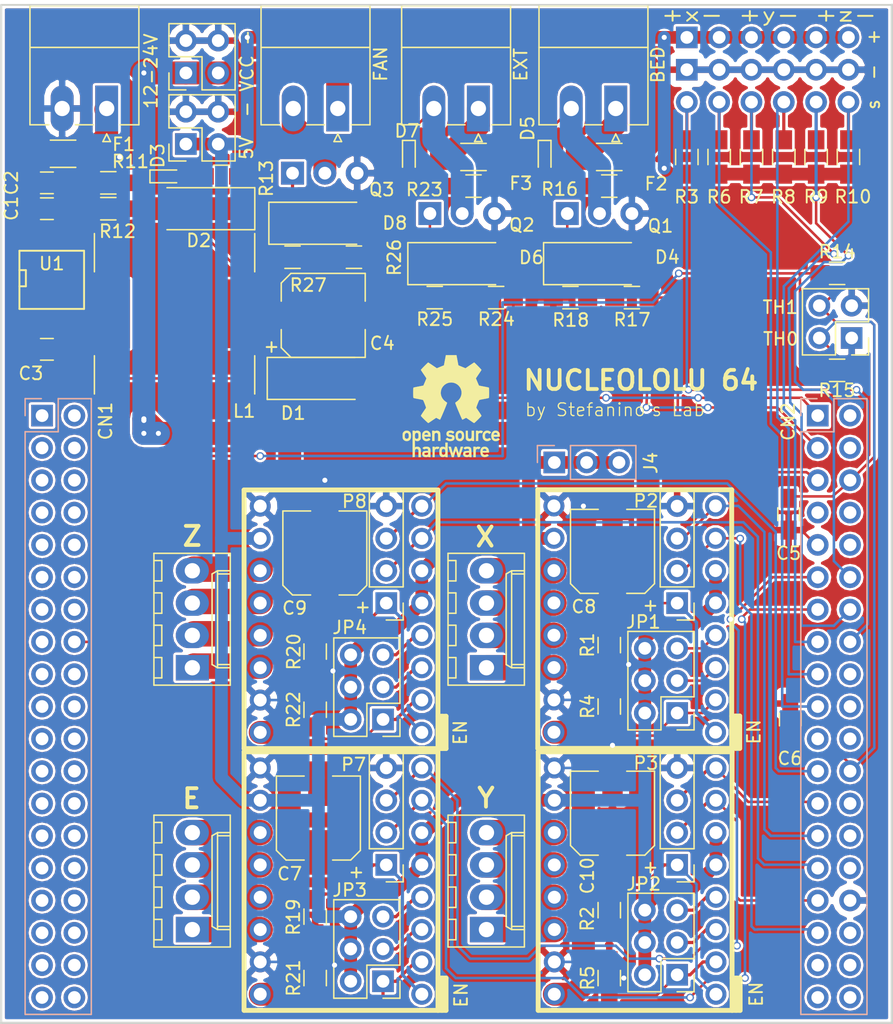
<source format=kicad_pcb>
(kicad_pcb (version 20170123) (host pcbnew "(2017-04-07 revision 70c961f)-master")
  (layers (0 F.Cu signal) (31 B.Cu signal) (34 B.Paste user) (35 F.Paste user hide) (36 B.SilkS user) (37 F.SilkS user) (38 B.Mask user) (39 F.Mask user) (44 Edge.Cuts user))
  (net 0 "")
  (net 1 GND)
  (net 2 +5V)
  (net 3 "Net-(C3-Pad1)")
  (net 4 "Net-(R11-Pad2)")
  (net 5 VCC)
  (net 6 "Net-(C3-Pad2)")
  (net 7 "Net-(P2-Pad1)")
  (net 8 /X_MAX)
  (net 9 /X_MIN)
  (net 10 "Net-(P3-Pad1)")
  (net 11 "Net-(D4-Pad1)")
  (net 12 /FAN)
  (net 13 "Net-(JP4-Pad1)")
  (net 14 /Z_MIN)
  (net 15 /Z_MAX)
  (net 16 "Net-(JP3-Pad1)")
  (net 17 /EXT)
  (net 18 /Y_MIN)
  (net 19 /Y_MAX)
  (net 20 "Net-(JP2-Pad1)")
  (net 21 /TH1)
  (net 22 "Net-(JP1-Pad1)")
  (net 23 /BED)
  (net 24 /TH0)
  (net 25 "Net-(JP4-Pad5)")
  (net 26 "Net-(JP4-Pad3)")
  (net 27 "Net-(JP3-Pad3)")
  (net 28 "Net-(JP3-Pad5)")
  (net 29 "Net-(JP1-Pad5)")
  (net 30 "Net-(JP1-Pad3)")
  (net 31 "Net-(JP2-Pad3)")
  (net 32 "Net-(JP2-Pad5)")
  (net 33 "Net-(F2-Pad1)")
  (net 34 /X_STEP)
  (net 35 /X_DIR)
  (net 36 /Y_STEP)
  (net 37 /Y_DIR)
  (net 38 /X1B)
  (net 39 /X1A)
  (net 40 /X2A)
  (net 41 /X2B)
  (net 42 /Y1B)
  (net 43 /Y1A)
  (net 44 /Y2A)
  (net 45 /Y2B)
  (net 46 /E_DIR)
  (net 47 /E_STEP)
  (net 48 /Z_DIR)
  (net 49 /Z_STEP)
  (net 50 /E02B)
  (net 51 /E02A)
  (net 52 /E01A)
  (net 53 /E01B)
  (net 54 /Z2B)
  (net 55 /Z2A)
  (net 56 /Z1A)
  (net 57 /Z1B)
  (net 58 "Net-(C4-Pad1)")
  (net 59 /+3V3)
  (net 60 "Net-(D3-Pad2)")
  (net 61 "Net-(D5-Pad1)")
  (net 62 "Net-(D5-Pad2)")
  (net 63 "Net-(D6-Pad1)")
  (net 64 "Net-(D7-Pad2)")
  (net 65 "Net-(D7-Pad1)")
  (net 66 "Net-(D8-Pad1)")
  (net 67 "Net-(F1-Pad2)")
  (net 68 "Net-(F3-Pad1)")
  (net 69 "Net-(P7-Pad1)")
  (net 70 "Net-(P8-Pad1)")
  (net 71 "Net-(P13-Pad2)")
  (module Pin_Headers:Pin_Header_Straight_2x06_Pitch2.54mm (layer B.Cu) (at 183.878 45.092 270)
    (fp_text reference J3 hide)
    (fp_text value CONN_02X06)
    (pad 12 thru_hole oval (at 2.54 -12.7 270) (size 1.7 1.7) (drill 1) (layers *.Cu *.Mask) (net 15 /Z_MAX))
    (pad 11 thru_hole oval (at 0 -12.7 270) (size 1.7 1.7) (drill 1) (layers *.Cu *.Mask) (net 1 GND))
    (pad 10 thru_hole oval (at 2.54 -10.16 270) (size 1.7 1.7) (drill 1) (layers *.Cu *.Mask) (net 14 /Z_MIN))
    (pad 9 thru_hole oval (at 0 -10.16 270) (size 1.7 1.7) (drill 1) (layers *.Cu *.Mask) (net 1 GND))
    (pad 8 thru_hole oval (at 2.54 -7.62 270) (size 1.7 1.7) (drill 1) (layers *.Cu *.Mask) (net 19 /Y_MAX))
    (pad 7 thru_hole oval (at 0 -7.62 270) (size 1.7 1.7) (drill 1) (layers *.Cu *.Mask) (net 1 GND))
    (pad 6 thru_hole oval (at 2.54 -5.08 270) (size 1.7 1.7) (drill 1) (layers *.Cu *.Mask) (net 18 /Y_MIN))
    (pad 5 thru_hole oval (at 0 -5.08 270) (size 1.7 1.7) (drill 1) (layers *.Cu *.Mask) (net 1 GND))
    (pad 4 thru_hole oval (at 2.54 -2.54 270) (size 1.7 1.7) (drill 1) (layers *.Cu *.Mask) (net 8 /X_MAX))
    (pad 3 thru_hole oval (at 0 -2.54 270) (size 1.7 1.7) (drill 1) (layers *.Cu *.Mask) (net 1 GND))
    (pad 2 thru_hole oval (at 2.54 0 270) (size 1.7 1.7) (drill 1) (layers *.Cu *.Mask) (net 9 /X_MIN))
    (pad 1 thru_hole rect (at 0 0 270) (size 1.7 1.7) (drill 1) (layers *.Cu *.Mask) (net 1 GND))
  )
  (module Pin_Headers:Pin_Header_Straight_1x06_Pitch2.54mm (layer F.Cu) (at 183.878 42.552 90)
    (fp_text reference J2 hide)
    (fp_text value CONN_01X06)
    (pad 6 thru_hole oval (at 0 12.7 90) (size 1.7 1.7) (drill 1) (layers *.Cu *.Mask) (net 2 +5V))
    (pad 5 thru_hole oval (at 0 10.16 90) (size 1.7 1.7) (drill 1) (layers *.Cu *.Mask) (net 2 +5V))
    (pad 4 thru_hole oval (at 0 7.62 90) (size 1.7 1.7) (drill 1) (layers *.Cu *.Mask) (net 2 +5V))
    (pad 3 thru_hole oval (at 0 5.08 90) (size 1.7 1.7) (drill 1) (layers *.Cu *.Mask) (net 2 +5V))
    (pad 2 thru_hole oval (at 0 2.54 90) (size 1.7 1.7) (drill 1) (layers *.Cu *.Mask) (net 2 +5V))
    (pad 1 thru_hole rect (at 0 0 90) (size 1.7 1.7) (drill 1) (layers *.Cu *.Mask) (net 2 +5V))
  )
  (module Extra:Pololu_socket (layer F.Cu) (at 186.164 108.846 90)
    (fp_text reference U3 hide)
    (fp_text value Pololu hide)
    (pad 16 thru_hole circle (at -8.89 -12.7 90) (size 1.651 1.651) (drill 1.016) (layers *.Cu *.Mask) (net 5 VCC))
    (pad 15 thru_hole circle (at -6.35 -12.7 90) (size 1.651 1.651) (drill 1.016) (layers *.Cu *.Mask) (net 1 GND))
    (pad 14 thru_hole circle (at -3.81 -12.7 90) (size 1.651 1.651) (drill 1.016) (layers *.Cu *.Mask) (net 45 /Y2B))
    (pad 13 thru_hole circle (at -1.27 -12.7 90) (size 1.651 1.651) (drill 1.016) (layers *.Cu *.Mask) (net 44 /Y2A))
    (pad 12 thru_hole circle (at 1.27 -12.7 90) (size 1.651 1.651) (drill 1.016) (layers *.Cu *.Mask) (net 43 /Y1A))
    (pad 11 thru_hole circle (at 3.81 -12.7 90) (size 1.651 1.651) (drill 1.016) (layers *.Cu *.Mask) (net 42 /Y1B))
    (pad 10 thru_hole circle (at 6.35 -12.7 90) (size 1.651 1.651) (drill 1.016) (layers *.Cu *.Mask) (net 2 +5V))
    (pad 9 thru_hole circle (at 8.89 -12.7 90) (size 1.651 1.651) (drill 1.016) (layers *.Cu *.Mask) (net 1 GND))
    (pad 8 thru_hole circle (at 8.89 0 90) (size 1.651 1.651) (drill 1.016) (layers *.Cu *.Mask) (net 37 /Y_DIR))
    (pad 7 thru_hole circle (at 6.35 0 90) (size 1.651 1.651) (drill 1.016) (layers *.Cu *.Mask) (net 36 /Y_STEP))
    (pad 6 thru_hole circle (at 3.81 0 90) (size 1.651 1.651) (drill 1.016) (layers *.Cu *.Mask) (net 2 +5V))
    (pad 5 thru_hole circle (at 1.27 0 90) (size 1.651 1.651) (drill 1.016) (layers *.Cu *.Mask) (net 2 +5V))
    (pad 4 thru_hole circle (at -1.27 0 90) (size 1.651 1.651) (drill 1.016) (layers *.Cu *.Mask) (net 32 "Net-(JP2-Pad5)"))
    (pad 3 thru_hole circle (at -3.81 0 90) (size 1.651 1.651) (drill 1.016) (layers *.Cu *.Mask) (net 31 "Net-(JP2-Pad3)"))
    (pad 2 thru_hole circle (at -6.35 0 90) (size 1.651 1.651) (drill 1.016) (layers *.Cu *.Mask) (net 20 "Net-(JP2-Pad1)"))
    (pad 1 thru_hole circle (at -8.89 0 90) (size 1.651 1.651) (drill 1.016) (layers *.Cu *.Mask) (net 10 "Net-(P3-Pad1)"))
  )
  (module Extra:Pololu_socket (layer F.Cu) (at 186.133 88.259 90)
    (fp_text reference U2 hide)
    (fp_text value Pololu hide)
    (pad 16 thru_hole circle (at -8.89 -12.7 90) (size 1.651 1.651) (drill 1.016) (layers *.Cu *.Mask) (net 5 VCC))
    (pad 15 thru_hole circle (at -6.35 -12.7 90) (size 1.651 1.651) (drill 1.016) (layers *.Cu *.Mask) (net 1 GND))
    (pad 14 thru_hole circle (at -3.81 -12.7 90) (size 1.651 1.651) (drill 1.016) (layers *.Cu *.Mask) (net 41 /X2B))
    (pad 13 thru_hole circle (at -1.27 -12.7 90) (size 1.651 1.651) (drill 1.016) (layers *.Cu *.Mask) (net 40 /X2A))
    (pad 12 thru_hole circle (at 1.27 -12.7 90) (size 1.651 1.651) (drill 1.016) (layers *.Cu *.Mask) (net 39 /X1A))
    (pad 11 thru_hole circle (at 3.81 -12.7 90) (size 1.651 1.651) (drill 1.016) (layers *.Cu *.Mask) (net 38 /X1B))
    (pad 10 thru_hole circle (at 6.35 -12.7 90) (size 1.651 1.651) (drill 1.016) (layers *.Cu *.Mask) (net 2 +5V))
    (pad 9 thru_hole circle (at 8.89 -12.7 90) (size 1.651 1.651) (drill 1.016) (layers *.Cu *.Mask) (net 1 GND))
    (pad 8 thru_hole circle (at 8.89 0 90) (size 1.651 1.651) (drill 1.016) (layers *.Cu *.Mask) (net 35 /X_DIR))
    (pad 7 thru_hole circle (at 6.35 0 90) (size 1.651 1.651) (drill 1.016) (layers *.Cu *.Mask) (net 34 /X_STEP))
    (pad 6 thru_hole circle (at 3.81 0 90) (size 1.651 1.651) (drill 1.016) (layers *.Cu *.Mask) (net 2 +5V))
    (pad 5 thru_hole circle (at 1.27 0 90) (size 1.651 1.651) (drill 1.016) (layers *.Cu *.Mask) (net 2 +5V))
    (pad 4 thru_hole circle (at -1.27 0 90) (size 1.651 1.651) (drill 1.016) (layers *.Cu *.Mask) (net 29 "Net-(JP1-Pad5)"))
    (pad 3 thru_hole circle (at -3.81 0 90) (size 1.651 1.651) (drill 1.016) (layers *.Cu *.Mask) (net 30 "Net-(JP1-Pad3)"))
    (pad 2 thru_hole circle (at -6.35 0 90) (size 1.651 1.651) (drill 1.016) (layers *.Cu *.Mask) (net 22 "Net-(JP1-Pad1)"))
    (pad 1 thru_hole circle (at -8.89 0 90) (size 1.651 1.651) (drill 1.016) (layers *.Cu *.Mask) (net 7 "Net-(P2-Pad1)"))
  )
  (module Extra:Pololu_socket (layer F.Cu) (at 163.05 108.846 90)
    (fp_text reference U4 hide)
    (fp_text value Pololu hide)
    (pad 1 thru_hole circle (at -8.89 0 90) (size 1.651 1.651) (drill 1.016) (layers *.Cu *.Mask) (net 69 "Net-(P7-Pad1)"))
    (pad 2 thru_hole circle (at -6.35 0 90) (size 1.651 1.651) (drill 1.016) (layers *.Cu *.Mask) (net 16 "Net-(JP3-Pad1)"))
    (pad 3 thru_hole circle (at -3.81 0 90) (size 1.651 1.651) (drill 1.016) (layers *.Cu *.Mask) (net 27 "Net-(JP3-Pad3)"))
    (pad 4 thru_hole circle (at -1.27 0 90) (size 1.651 1.651) (drill 1.016) (layers *.Cu *.Mask) (net 28 "Net-(JP3-Pad5)"))
    (pad 5 thru_hole circle (at 1.27 0 90) (size 1.651 1.651) (drill 1.016) (layers *.Cu *.Mask) (net 2 +5V))
    (pad 6 thru_hole circle (at 3.81 0 90) (size 1.651 1.651) (drill 1.016) (layers *.Cu *.Mask) (net 2 +5V))
    (pad 7 thru_hole circle (at 6.35 0 90) (size 1.651 1.651) (drill 1.016) (layers *.Cu *.Mask) (net 47 /E_STEP))
    (pad 8 thru_hole circle (at 8.89 0 90) (size 1.651 1.651) (drill 1.016) (layers *.Cu *.Mask) (net 46 /E_DIR))
    (pad 9 thru_hole circle (at 8.89 -12.7 90) (size 1.651 1.651) (drill 1.016) (layers *.Cu *.Mask) (net 1 GND))
    (pad 10 thru_hole circle (at 6.35 -12.7 90) (size 1.651 1.651) (drill 1.016) (layers *.Cu *.Mask) (net 2 +5V))
    (pad 11 thru_hole circle (at 3.81 -12.7 90) (size 1.651 1.651) (drill 1.016) (layers *.Cu *.Mask) (net 53 /E01B))
    (pad 12 thru_hole circle (at 1.27 -12.7 90) (size 1.651 1.651) (drill 1.016) (layers *.Cu *.Mask) (net 52 /E01A))
    (pad 13 thru_hole circle (at -1.27 -12.7 90) (size 1.651 1.651) (drill 1.016) (layers *.Cu *.Mask) (net 51 /E02A))
    (pad 14 thru_hole circle (at -3.81 -12.7 90) (size 1.651 1.651) (drill 1.016) (layers *.Cu *.Mask) (net 50 /E02B))
    (pad 15 thru_hole circle (at -6.35 -12.7 90) (size 1.651 1.651) (drill 1.016) (layers *.Cu *.Mask) (net 1 GND))
    (pad 16 thru_hole circle (at -8.89 -12.7 90) (size 1.651 1.651) (drill 1.016) (layers *.Cu *.Mask) (net 5 VCC))
  )
  (module Extra:Pololu_socket (layer F.Cu) (at 163.05 88.272 90)
    (fp_text reference U5 hide)
    (fp_text value Pololu hide)
    (pad 16 thru_hole circle (at -8.89 -12.7 90) (size 1.651 1.651) (drill 1.016) (layers *.Cu *.Mask) (net 5 VCC))
    (pad 15 thru_hole circle (at -6.35 -12.7 90) (size 1.651 1.651) (drill 1.016) (layers *.Cu *.Mask) (net 1 GND))
    (pad 14 thru_hole circle (at -3.81 -12.7 90) (size 1.651 1.651) (drill 1.016) (layers *.Cu *.Mask) (net 54 /Z2B))
    (pad 13 thru_hole circle (at -1.27 -12.7 90) (size 1.651 1.651) (drill 1.016) (layers *.Cu *.Mask) (net 55 /Z2A))
    (pad 12 thru_hole circle (at 1.27 -12.7 90) (size 1.651 1.651) (drill 1.016) (layers *.Cu *.Mask) (net 56 /Z1A))
    (pad 11 thru_hole circle (at 3.81 -12.7 90) (size 1.651 1.651) (drill 1.016) (layers *.Cu *.Mask) (net 57 /Z1B))
    (pad 10 thru_hole circle (at 6.35 -12.7 90) (size 1.651 1.651) (drill 1.016) (layers *.Cu *.Mask) (net 2 +5V))
    (pad 9 thru_hole circle (at 8.89 -12.7 90) (size 1.651 1.651) (drill 1.016) (layers *.Cu *.Mask) (net 1 GND))
    (pad 8 thru_hole circle (at 8.89 0 90) (size 1.651 1.651) (drill 1.016) (layers *.Cu *.Mask) (net 48 /Z_DIR))
    (pad 7 thru_hole circle (at 6.35 0 90) (size 1.651 1.651) (drill 1.016) (layers *.Cu *.Mask) (net 49 /Z_STEP))
    (pad 6 thru_hole circle (at 3.81 0 90) (size 1.651 1.651) (drill 1.016) (layers *.Cu *.Mask) (net 2 +5V))
    (pad 5 thru_hole circle (at 1.27 0 90) (size 1.651 1.651) (drill 1.016) (layers *.Cu *.Mask) (net 2 +5V))
    (pad 4 thru_hole circle (at -1.27 0 90) (size 1.651 1.651) (drill 1.016) (layers *.Cu *.Mask) (net 25 "Net-(JP4-Pad5)"))
    (pad 3 thru_hole circle (at -3.81 0 90) (size 1.651 1.651) (drill 1.016) (layers *.Cu *.Mask) (net 26 "Net-(JP4-Pad3)"))
    (pad 2 thru_hole circle (at -6.35 0 90) (size 1.651 1.651) (drill 1.016) (layers *.Cu *.Mask) (net 13 "Net-(JP4-Pad1)"))
    (pad 1 thru_hole circle (at -8.89 0 90) (size 1.651 1.651) (drill 1.016) (layers *.Cu *.Mask) (net 70 "Net-(P8-Pad1)"))
  )
  (module TO_SOT_Packages_THT:TO-220-3_Vertical (layer F.Cu) (at 152.89 53.22)
    (fp_text reference Q3 (at 7.0104 1.2954) (layer F.SilkS))
    (fp_text value IRLB8743PBF)
    (pad 1 thru_hole rect (at 0 0) (size 1.8 1.8) (drill 1) (layers *.Cu *.Mask) (net 66 "Net-(D8-Pad1)"))
    (pad 2 thru_hole oval (at 2.54 0) (size 1.8 1.8) (drill 1) (layers *.Cu *.Mask) (net 71 "Net-(P13-Pad2)"))
    (pad 3 thru_hole oval (at 5.08 0) (size 1.8 1.8) (drill 1) (layers *.Cu *.Mask) (net 1 GND))
  )
  (module Inductors_SMD:L_12x12mm_h6mm (layer F.Cu) (at 143.619 64.269)
    (fp_text reference L1 (at 5.4737 7.6454) (layer F.SilkS))
    (fp_text value 33u)
    (pad 1 smd rect (at -4.95 0) (size 2.9 5.4) (layers F.Cu F.Paste F.Mask) (net 6 "Net-(C3-Pad2)"))
    (pad 2 smd rect (at 4.95 0) (size 2.9 5.4) (layers F.Cu F.Paste F.Mask) (net 58 "Net-(C4-Pad1)"))
  )
  (module TO_SOT_Packages_THT:TO-220-3_Vertical (layer F.Cu) (at 174.48 56.395)
    (fp_text reference Q1 (at 7.3279 0.9779) (layer F.SilkS))
    (fp_text value IRLB8743PBF)
    (pad 1 thru_hole rect (at 0 0) (size 1.8 1.8) (drill 1) (layers *.Cu *.Mask) (net 11 "Net-(D4-Pad1)"))
    (pad 2 thru_hole oval (at 2.54 0) (size 1.8 1.8) (drill 1) (layers *.Cu *.Mask) (net 61 "Net-(D5-Pad1)"))
    (pad 3 thru_hole oval (at 5.08 0) (size 1.8 1.8) (drill 1) (layers *.Cu *.Mask) (net 1 GND))
  )
  (module TO_SOT_Packages_THT:TO-220-3_Vertical (layer F.Cu) (at 163.685 56.395)
    (fp_text reference Q2 (at 7.2263 0.9017) (layer F.SilkS))
    (fp_text value IRLB8743PBF)
    (pad 1 thru_hole rect (at 0 0) (size 1.8 1.8) (drill 1) (layers *.Cu *.Mask) (net 63 "Net-(D6-Pad1)"))
    (pad 2 thru_hole oval (at 2.54 0) (size 1.8 1.8) (drill 1) (layers *.Cu *.Mask) (net 65 "Net-(D7-Pad1)"))
    (pad 3 thru_hole oval (at 5.08 0) (size 1.8 1.8) (drill 1) (layers *.Cu *.Mask) (net 1 GND))
  )
  (module Resistors_SMD:R_0805_HandSoldering (layer F.Cu) (at 154.668 111.64 270)
    (fp_text reference R19 (at 0.0381 1.7145 270) (layer F.SilkS))
    (fp_text value 10k)
    (pad 1 smd rect (at -1.35 0 270) (size 1.5 1.3) (layers F.Cu F.Paste F.Mask) (net 69 "Net-(P7-Pad1)"))
    (pad 2 smd rect (at 1.35 0 270) (size 1.5 1.3) (layers F.Cu F.Paste F.Mask) (net 1 GND))
  )
  (module Pin_Headers:Pin_Header_Straight_2x03_Pitch2.54mm (layer F.Cu) (at 183.116 95.638 180)
    (fp_text reference JP1 (at 2.6543 7.1501 180) (layer F.SilkS))
    (fp_text value HEADER_3X2)
    (pad 1 thru_hole rect (at 0 0 180) (size 1.7 1.7) (drill 1) (layers *.Cu *.Mask) (net 22 "Net-(JP1-Pad1)"))
    (pad 2 thru_hole oval (at 2.54 0 180) (size 1.7 1.7) (drill 1) (layers *.Cu *.Mask) (net 2 +5V))
    (pad 3 thru_hole oval (at 0 2.54 180) (size 1.7 1.7) (drill 1) (layers *.Cu *.Mask) (net 30 "Net-(JP1-Pad3)"))
    (pad 4 thru_hole oval (at 2.54 2.54 180) (size 1.7 1.7) (drill 1) (layers *.Cu *.Mask) (net 2 +5V))
    (pad 5 thru_hole oval (at 0 5.08 180) (size 1.7 1.7) (drill 1) (layers *.Cu *.Mask) (net 29 "Net-(JP1-Pad5)"))
    (pad 6 thru_hole oval (at 2.54 5.08 180) (size 1.7 1.7) (drill 1) (layers *.Cu *.Mask) (net 2 +5V))
  )
  (module Pin_Headers:Pin_Header_Straight_1x04_Pitch2.54mm (layer F.Cu) (at 183.116 87.002 180)
    (fp_text reference P2 (at 2.4511 8.0264 180) (layer F.SilkS))
    (fp_text value KK-2.54-4W)
    (pad 1 thru_hole rect (at 0 0 180) (size 1.7 1.7) (drill 1) (layers *.Cu *.Mask) (net 7 "Net-(P2-Pad1)"))
    (pad 2 thru_hole oval (at 0 2.54 180) (size 1.7 1.7) (drill 1) (layers *.Cu *.Mask) (net 34 /X_STEP))
    (pad 3 thru_hole oval (at 0 5.08 180) (size 1.7 1.7) (drill 1) (layers *.Cu *.Mask) (net 35 /X_DIR))
    (pad 4 thru_hole oval (at 0 7.62 180) (size 1.7 1.7) (drill 1) (layers *.Cu *.Mask) (net 1 GND))
  )
  (module Fuse_Holders_and_Fuses:Fuse_SMD1206_HandSoldering (layer F.Cu) (at 134.856 51.696)
    (fp_text reference F1 (at 4.7625 -0.7366) (layer F.SilkS))
    (fp_text value Fuse)
    (pad 1 smd rect (at -2.09 0 90) (size 2.03 2.65) (layers F.Cu F.Paste F.Mask) (net 5 VCC))
    (pad 2 smd rect (at 2.09 0 90) (size 2.03 2.65) (layers F.Cu F.Paste F.Mask) (net 67 "Net-(F1-Pad2)"))
  )
  (module Fuse_Holders_and_Fuses:Fuse_SMD1206_HandSoldering (layer F.Cu) (at 177.782 51.95)
    (fp_text reference F2 (at 3.683 2.1082 180) (layer F.SilkS))
    (fp_text value Fuse)
    (pad 2 smd rect (at 2.09 0 90) (size 2.03 2.65) (layers F.Cu F.Paste F.Mask) (net 5 VCC))
    (pad 1 smd rect (at -2.09 0 90) (size 2.03 2.65) (layers F.Cu F.Paste F.Mask) (net 33 "Net-(F2-Pad1)"))
  )
  (module Pin_Headers:Pin_Header_Straight_2x03_Pitch2.54mm (layer F.Cu) (at 183.116 116.212 180)
    (fp_text reference JP2 (at 2.6289 7.1374 180) (layer F.SilkS))
    (fp_text value HEADER_3X2)
    (pad 1 thru_hole rect (at 0 0 180) (size 1.7 1.7) (drill 1) (layers *.Cu *.Mask) (net 20 "Net-(JP2-Pad1)"))
    (pad 2 thru_hole oval (at 2.54 0 180) (size 1.7 1.7) (drill 1) (layers *.Cu *.Mask) (net 2 +5V))
    (pad 3 thru_hole oval (at 0 2.54 180) (size 1.7 1.7) (drill 1) (layers *.Cu *.Mask) (net 31 "Net-(JP2-Pad3)"))
    (pad 4 thru_hole oval (at 2.54 2.54 180) (size 1.7 1.7) (drill 1) (layers *.Cu *.Mask) (net 2 +5V))
    (pad 5 thru_hole oval (at 0 5.08 180) (size 1.7 1.7) (drill 1) (layers *.Cu *.Mask) (net 32 "Net-(JP2-Pad5)"))
    (pad 6 thru_hole oval (at 2.54 5.08 180) (size 1.7 1.7) (drill 1) (layers *.Cu *.Mask) (net 2 +5V))
  )
  (module Pin_Headers:Pin_Header_Straight_2x03_Pitch2.54mm (layer F.Cu) (at 160.002 116.72 180)
    (fp_text reference JP3 (at 2.6162 7.1628 180) (layer F.SilkS))
    (fp_text value HEADER_3X2)
    (pad 1 thru_hole rect (at 0 0 180) (size 1.7 1.7) (drill 1) (layers *.Cu *.Mask) (net 16 "Net-(JP3-Pad1)"))
    (pad 2 thru_hole oval (at 2.54 0 180) (size 1.7 1.7) (drill 1) (layers *.Cu *.Mask) (net 2 +5V))
    (pad 3 thru_hole oval (at 0 2.54 180) (size 1.7 1.7) (drill 1) (layers *.Cu *.Mask) (net 27 "Net-(JP3-Pad3)"))
    (pad 4 thru_hole oval (at 2.54 2.54 180) (size 1.7 1.7) (drill 1) (layers *.Cu *.Mask) (net 2 +5V))
    (pad 5 thru_hole oval (at 0 5.08 180) (size 1.7 1.7) (drill 1) (layers *.Cu *.Mask) (net 28 "Net-(JP3-Pad5)"))
    (pad 6 thru_hole oval (at 2.54 5.08 180) (size 1.7 1.7) (drill 1) (layers *.Cu *.Mask) (net 2 +5V))
  )
  (module Pin_Headers:Pin_Header_Straight_2x03_Pitch2.54mm (layer F.Cu) (at 160.002 96.146 180)
    (fp_text reference JP4 (at 2.6162 7.2263 180) (layer F.SilkS))
    (fp_text value HEADER_3X2)
    (pad 1 thru_hole rect (at 0 0 180) (size 1.7 1.7) (drill 1) (layers *.Cu *.Mask) (net 13 "Net-(JP4-Pad1)"))
    (pad 2 thru_hole oval (at 2.54 0 180) (size 1.7 1.7) (drill 1) (layers *.Cu *.Mask) (net 2 +5V))
    (pad 3 thru_hole oval (at 0 2.54 180) (size 1.7 1.7) (drill 1) (layers *.Cu *.Mask) (net 26 "Net-(JP4-Pad3)"))
    (pad 4 thru_hole oval (at 2.54 2.54 180) (size 1.7 1.7) (drill 1) (layers *.Cu *.Mask) (net 2 +5V))
    (pad 5 thru_hole oval (at 0 5.08 180) (size 1.7 1.7) (drill 1) (layers *.Cu *.Mask) (net 25 "Net-(JP4-Pad5)"))
    (pad 6 thru_hole oval (at 2.54 5.08 180) (size 1.7 1.7) (drill 1) (layers *.Cu *.Mask) (net 2 +5V))
  )
  (module Resistors_SMD:R_0805_HandSoldering (layer F.Cu) (at 195.689 61.094)
    (fp_text reference R14 (at 0 -1.7) (layer F.SilkS))
    (fp_text value "10K0 1%")
    (pad 1 smd rect (at -1.35 0) (size 1.5 1.3) (layers F.Cu F.Paste F.Mask) (net 59 /+3V3))
    (pad 2 smd rect (at 1.35 0) (size 1.5 1.3) (layers F.Cu F.Paste F.Mask) (net 21 /TH1))
  )
  (module Resistors_SMD:R_0805_HandSoldering (layer F.Cu) (at 195.689 68.714)
    (fp_text reference R15 (at -0.0127 1.5748) (layer F.SilkS))
    (fp_text value "10K0 1%")
    (pad 1 smd rect (at -1.35 0) (size 1.5 1.3) (layers F.Cu F.Paste F.Mask) (net 59 /+3V3))
    (pad 2 smd rect (at 1.35 0) (size 1.5 1.3) (layers F.Cu F.Paste F.Mask) (net 24 /TH0))
  )
  (module Resistors_SMD:R_0805_HandSoldering (layer F.Cu) (at 177.782 54.236)
    (fp_text reference R16 (at -3.8989 0.2413) (layer F.SilkS))
    (fp_text value 10k)
    (pad 1 smd rect (at -1.35 0) (size 1.5 1.3) (layers F.Cu F.Paste F.Mask) (net 62 "Net-(D5-Pad2)"))
    (pad 2 smd rect (at 1.35 0) (size 1.5 1.3) (layers F.Cu F.Paste F.Mask) (net 5 VCC))
  )
  (module Resistors_SMD:R_0805_HandSoldering (layer F.Cu) (at 188.958 51.95 90)
    (fp_text reference R7 (at -3.1369 -0.0254 180) (layer F.SilkS))
    (fp_text value 10k)
    (pad 1 smd rect (at -1.35 0 90) (size 1.5 1.3) (layers F.Cu F.Paste F.Mask) (net 2 +5V))
    (pad 2 smd rect (at 1.35 0 90) (size 1.5 1.3) (layers F.Cu F.Paste F.Mask) (net 18 /Y_MIN))
  )
  (module Resistors_SMD:R_0805_HandSoldering (layer F.Cu) (at 147.302 53.474 180)
    (fp_text reference R13 (at -3.5306 -0.1651 270) (layer F.SilkS))
    (fp_text value 10k)
    (pad 1 smd rect (at -1.35 0 180) (size 1.5 1.3) (layers F.Cu F.Paste F.Mask) (net 2 +5V))
    (pad 2 smd rect (at 1.35 0 180) (size 1.5 1.3) (layers F.Cu F.Paste F.Mask) (net 60 "Net-(D3-Pad2)"))
  )
  (module Resistors_SMD:R_0805_HandSoldering (layer F.Cu) (at 138.412 56.014 180)
    (fp_text reference R12 (at -0.7239 -1.778) (layer F.SilkS))
    (fp_text value 3.24k)
    (pad 1 smd rect (at -1.35 0 180) (size 1.5 1.3) (layers F.Cu F.Paste F.Mask) (net 4 "Net-(R11-Pad2)"))
    (pad 2 smd rect (at 1.35 0 180) (size 1.5 1.3) (layers F.Cu F.Paste F.Mask) (net 1 GND))
  )
  (module Resistors_SMD:R_0805_HandSoldering (layer F.Cu) (at 191.498 51.95 90)
    (fp_text reference R8 (at -3.1369 -0.0254 180) (layer F.SilkS))
    (fp_text value 10k)
    (pad 1 smd rect (at -1.35 0 90) (size 1.5 1.3) (layers F.Cu F.Paste F.Mask) (net 2 +5V))
    (pad 2 smd rect (at 1.35 0 90) (size 1.5 1.3) (layers F.Cu F.Paste F.Mask) (net 19 /Y_MAX))
  )
  (module Resistors_SMD:R_0805_HandSoldering (layer F.Cu) (at 138.412 53.982)
    (fp_text reference R11 (at 1.7399 -1.6764) (layer F.SilkS))
    (fp_text value 10k)
    (pad 1 smd rect (at -1.35 0) (size 1.5 1.3) (layers F.Cu F.Paste F.Mask) (net 58 "Net-(C4-Pad1)"))
    (pad 2 smd rect (at 1.35 0) (size 1.5 1.3) (layers F.Cu F.Paste F.Mask) (net 4 "Net-(R11-Pad2)"))
  )
  (module Resistors_SMD:R_0805_HandSoldering (layer F.Cu) (at 186.418 51.95 90)
    (fp_text reference R6 (at -3.1369 0 180) (layer F.SilkS))
    (fp_text value 10k)
    (pad 1 smd rect (at -1.35 0 90) (size 1.5 1.3) (layers F.Cu F.Paste F.Mask) (net 2 +5V))
    (pad 2 smd rect (at 1.35 0 90) (size 1.5 1.3) (layers F.Cu F.Paste F.Mask) (net 8 /X_MAX))
  )
  (module Resistors_SMD:R_0805_HandSoldering (layer F.Cu) (at 177.782 116.466 90)
    (fp_text reference R5 (at 0 -1.7 90) (layer F.SilkS))
    (fp_text value 100k)
    (pad 1 smd rect (at -1.35 0 90) (size 1.5 1.3) (layers F.Cu F.Paste F.Mask) (net 20 "Net-(JP2-Pad1)"))
    (pad 2 smd rect (at 1.35 0 90) (size 1.5 1.3) (layers F.Cu F.Paste F.Mask) (net 1 GND))
  )
  (module Resistors_SMD:R_0805_HandSoldering (layer F.Cu) (at 179.56 62.999)
    (fp_text reference R17 (at 0.0127 1.7399) (layer F.SilkS))
    (fp_text value 100R)
    (pad 1 smd rect (at -1.35 0) (size 1.5 1.3) (layers F.Cu F.Paste F.Mask) (net 11 "Net-(D4-Pad1)"))
    (pad 2 smd rect (at 1.35 0) (size 1.5 1.3) (layers F.Cu F.Paste F.Mask) (net 23 /BED))
  )
  (module Resistors_SMD:R_0805_HandSoldering (layer F.Cu) (at 174.734 62.999)
    (fp_text reference R18 (at 0.0254 1.7653) (layer F.SilkS))
    (fp_text value 10k)
    (pad 1 smd rect (at -1.35 0) (size 1.5 1.3) (layers F.Cu F.Paste F.Mask) (net 1 GND))
    (pad 2 smd rect (at 1.35 0) (size 1.5 1.3) (layers F.Cu F.Paste F.Mask) (net 11 "Net-(D4-Pad1)"))
  )
  (module Resistors_SMD:R_0805_HandSoldering (layer F.Cu) (at 154.668 90.812 270)
    (fp_text reference R20 (at 0.0127 1.6764 90) (layer F.SilkS))
    (fp_text value 10k)
    (pad 1 smd rect (at -1.35 0 270) (size 1.5 1.3) (layers F.Cu F.Paste F.Mask) (net 70 "Net-(P8-Pad1)"))
    (pad 2 smd rect (at 1.35 0 270) (size 1.5 1.3) (layers F.Cu F.Paste F.Mask) (net 1 GND))
  )
  (module Resistors_SMD:R_0805_HandSoldering (layer F.Cu) (at 196.578 51.95 90)
    (fp_text reference R10 (at -3.1242 0.3556 180) (layer F.SilkS))
    (fp_text value 10k)
    (pad 1 smd rect (at -1.35 0 90) (size 1.5 1.3) (layers F.Cu F.Paste F.Mask) (net 2 +5V))
    (pad 2 smd rect (at 1.35 0 90) (size 1.5 1.3) (layers F.Cu F.Paste F.Mask) (net 15 /Z_MAX))
  )
  (module Resistors_SMD:R_0805_HandSoldering (layer F.Cu) (at 194.038 51.95 90)
    (fp_text reference R9 (at -3.1242 0 180) (layer F.SilkS))
    (fp_text value 10k)
    (pad 1 smd rect (at -1.35 0 90) (size 1.5 1.3) (layers F.Cu F.Paste F.Mask) (net 2 +5V))
    (pad 2 smd rect (at 1.35 0 90) (size 1.5 1.3) (layers F.Cu F.Paste F.Mask) (net 14 /Z_MIN))
  )
  (module Resistors_SMD:R_0805_HandSoldering (layer F.Cu) (at 154.668 116.466 90)
    (fp_text reference R21 (at 0 -1.7 90) (layer F.SilkS))
    (fp_text value 100k)
    (pad 1 smd rect (at -1.35 0 90) (size 1.5 1.3) (layers F.Cu F.Paste F.Mask) (net 16 "Net-(JP3-Pad1)"))
    (pad 2 smd rect (at 1.35 0 90) (size 1.5 1.3) (layers F.Cu F.Paste F.Mask) (net 1 GND))
  )
  (module Resistors_SMD:R_0805_HandSoldering (layer F.Cu) (at 154.668 95.384 90)
    (fp_text reference R22 (at 0 -1.7 90) (layer F.SilkS))
    (fp_text value 100k)
    (pad 1 smd rect (at -1.35 0 90) (size 1.5 1.3) (layers F.Cu F.Paste F.Mask) (net 13 "Net-(JP4-Pad1)"))
    (pad 2 smd rect (at 1.35 0 90) (size 1.5 1.3) (layers F.Cu F.Paste F.Mask) (net 1 GND))
  )
  (module Resistors_SMD:R_0805_HandSoldering (layer F.Cu) (at 167.114 54.236)
    (fp_text reference R23 (at -3.8608 0.2794) (layer F.SilkS))
    (fp_text value 10k)
    (pad 1 smd rect (at -1.35 0) (size 1.5 1.3) (layers F.Cu F.Paste F.Mask) (net 64 "Net-(D7-Pad2)"))
    (pad 2 smd rect (at 1.35 0) (size 1.5 1.3) (layers F.Cu F.Paste F.Mask) (net 5 VCC))
  )
  (module Resistors_SMD:R_0805_HandSoldering (layer F.Cu) (at 168.892 62.999)
    (fp_text reference R24 (at 0.0127 1.7018) (layer F.SilkS))
    (fp_text value 100R)
    (pad 1 smd rect (at -1.35 0) (size 1.5 1.3) (layers F.Cu F.Paste F.Mask) (net 63 "Net-(D6-Pad1)"))
    (pad 2 smd rect (at 1.35 0) (size 1.5 1.3) (layers F.Cu F.Paste F.Mask) (net 17 /EXT))
  )
  (module Resistors_SMD:R_0805_HandSoldering (layer F.Cu) (at 177.782 95.13 90)
    (fp_text reference R4 (at 0 -1.7 90) (layer F.SilkS))
    (fp_text value 100k)
    (pad 1 smd rect (at -1.35 0 90) (size 1.5 1.3) (layers F.Cu F.Paste F.Mask) (net 22 "Net-(JP1-Pad1)"))
    (pad 2 smd rect (at 1.35 0 90) (size 1.5 1.3) (layers F.Cu F.Paste F.Mask) (net 1 GND))
  )
  (module Resistors_SMD:R_0805_HandSoldering (layer F.Cu) (at 177.782 90.304 270)
    (fp_text reference R1 (at 0 1.7145 270) (layer F.SilkS))
    (fp_text value 10k)
    (pad 1 smd rect (at -1.35 0 270) (size 1.5 1.3) (layers F.Cu F.Paste F.Mask) (net 7 "Net-(P2-Pad1)"))
    (pad 2 smd rect (at 1.35 0 270) (size 1.5 1.3) (layers F.Cu F.Paste F.Mask) (net 1 GND))
  )
  (module Resistors_SMD:R_0805_HandSoldering (layer F.Cu) (at 177.782 111.132 270)
    (fp_text reference R2 (at 0.6858 1.7272 270) (layer F.SilkS))
    (fp_text value 10k)
    (pad 1 smd rect (at -1.35 0 270) (size 1.5 1.3) (layers F.Cu F.Paste F.Mask) (net 10 "Net-(P3-Pad1)"))
    (pad 2 smd rect (at 1.35 0 270) (size 1.5 1.3) (layers F.Cu F.Paste F.Mask) (net 1 GND))
  )
  (module Resistors_SMD:R_0805_HandSoldering (layer F.Cu) (at 183.878 51.95 90)
    (fp_text reference R3 (at -3.1369 -0.0127 180) (layer F.SilkS))
    (fp_text value 10k)
    (pad 1 smd rect (at -1.35 0 90) (size 1.5 1.3) (layers F.Cu F.Paste F.Mask) (net 2 +5V))
    (pad 2 smd rect (at 1.35 0 90) (size 1.5 1.3) (layers F.Cu F.Paste F.Mask) (net 9 /X_MIN))
  )
  (module SMD_Packages:SOIC-8-N (layer F.Cu) (at 133.967 61.602)
    (fp_text reference U1 (at 0 -1.27) (layer F.SilkS))
    (fp_text value TPS5420)
    (pad 8 smd rect (at -1.905 -3.175) (size 0.508 1.143) (layers F.Cu F.Paste F.Mask) (net 6 "Net-(C3-Pad2)"))
    (pad 7 smd rect (at -0.635 -3.175) (size 0.508 1.143) (layers F.Cu F.Paste F.Mask) (net 5 VCC))
    (pad 6 smd rect (at 0.635 -3.175) (size 0.508 1.143) (layers F.Cu F.Paste F.Mask) (net 1 GND))
    (pad 5 smd rect (at 1.905 -3.175) (size 0.508 1.143) (layers F.Cu F.Paste F.Mask))
    (pad 4 smd rect (at 1.905 3.175) (size 0.508 1.143) (layers F.Cu F.Paste F.Mask) (net 4 "Net-(R11-Pad2)"))
    (pad 3 smd rect (at 0.635 3.175) (size 0.508 1.143) (layers F.Cu F.Paste F.Mask))
    (pad 2 smd rect (at -0.635 3.175) (size 0.508 1.143) (layers F.Cu F.Paste F.Mask))
    (pad 1 smd rect (at -1.905 3.175) (size 0.508 1.143) (layers F.Cu F.Paste F.Mask) (net 3 "Net-(C3-Pad1)"))
  )
  (module Capacitors_SMD:C_0805_HandSoldering (layer F.Cu) (at 133.586 56.014)
    (fp_text reference C1 (at -2.794 -0.0254 90) (layer F.SilkS))
    (fp_text value 4.7u)
    (pad 1 smd rect (at -1.25 0) (size 1.5 1.25) (layers F.Cu F.Paste F.Mask) (net 5 VCC))
    (pad 2 smd rect (at 1.25 0) (size 1.5 1.25) (layers F.Cu F.Paste F.Mask) (net 1 GND))
  )
  (module Capacitors_SMD:C_0805_HandSoldering (layer F.Cu) (at 133.586 53.982)
    (fp_text reference C2 (at -2.794 0 90) (layer F.SilkS))
    (fp_text value 4.7u)
    (pad 1 smd rect (at -1.25 0) (size 1.5 1.25) (layers F.Cu F.Paste F.Mask) (net 5 VCC))
    (pad 2 smd rect (at 1.25 0) (size 1.5 1.25) (layers F.Cu F.Paste F.Mask) (net 1 GND))
  )
  (module Capacitors_SMD:C_0805_HandSoldering (layer F.Cu) (at 133.586 67.063)
    (fp_text reference C3 (at -1.2573 1.8923) (layer F.SilkS))
    (fp_text value 10n)
    (pad 1 smd rect (at -1.25 0) (size 1.5 1.25) (layers F.Cu F.Paste F.Mask) (net 3 "Net-(C3-Pad1)"))
    (pad 2 smd rect (at 1.25 0) (size 1.5 1.25) (layers F.Cu F.Paste F.Mask) (net 6 "Net-(C3-Pad2)"))
  )
  (module Capacitors_SMD:CP_Elec_6.3x7.7 (layer F.Cu) (at 155.303 64.396)
    (fp_text reference C4 (at 4.6355 2.1971) (layer F.SilkS))
    (fp_text value 100u)
    (fp_text user + (at -4.064 2.413) (layer F.SilkS))
    (pad 1 smd rect (at -2.7 0 180) (size 3.5 1.6) (layers F.Cu F.Paste F.Mask) (net 58 "Net-(C4-Pad1)"))
    (pad 2 smd rect (at 2.7 0 180) (size 3.5 1.6) (layers F.Cu F.Paste F.Mask) (net 1 GND))
  )
  (module Capacitors_SMD:C_0805_HandSoldering (layer F.Cu) (at 191.879 80.017 270)
    (fp_text reference C5 (at 3.0734 0) (layer F.SilkS))
    (fp_text value 100n)
    (pad 1 smd rect (at -1.25 0 270) (size 1.5 1.25) (layers F.Cu F.Paste F.Mask) (net 21 /TH1))
    (pad 2 smd rect (at 1.25 0 270) (size 1.5 1.25) (layers F.Cu F.Paste F.Mask) (net 1 GND))
  )
  (module Capacitors_SMD:C_0805_HandSoldering (layer F.Cu) (at 192.006 96.146 90)
    (fp_text reference C6 (at -3.0607 -0.0254 180) (layer F.SilkS))
    (fp_text value 100n)
    (pad 1 smd rect (at -1.25 0 90) (size 1.5 1.25) (layers F.Cu F.Paste F.Mask) (net 24 /TH0))
    (pad 2 smd rect (at 1.25 0 90) (size 1.5 1.25) (layers F.Cu F.Paste F.Mask) (net 1 GND))
  )
  (module Capacitors_SMD:CP_Elec_6.3x7.7 (layer F.Cu) (at 154.922 103.893 90)
    (fp_text reference C7 (at -4.3815 -2.2606 180) (layer F.SilkS))
    (fp_text value "100u 35V")
    (fp_text user + (at -4.28 2.91 90) (layer F.SilkS))
    (pad 1 smd rect (at -2.7 0 270) (size 3.5 1.6) (layers F.Cu F.Paste F.Mask) (net 5 VCC))
    (pad 2 smd rect (at 2.7 0 270) (size 3.5 1.6) (layers F.Cu F.Paste F.Mask) (net 1 GND))
  )
  (module Capacitors_SMD:CP_Elec_6.3x7.7 (layer F.Cu) (at 178.036 82.938 90)
    (fp_text reference C8 (at -4.3434 -2.2479 180) (layer F.SilkS))
    (fp_text value "100u 35V")
    (fp_text user + (at -4.28 2.91 90) (layer F.SilkS))
    (pad 1 smd rect (at -2.7 0 270) (size 3.5 1.6) (layers F.Cu F.Paste F.Mask) (net 5 VCC))
    (pad 2 smd rect (at 2.7 0 270) (size 3.5 1.6) (layers F.Cu F.Paste F.Mask) (net 1 GND))
  )
  (module Capacitors_SMD:CP_Elec_6.3x7.7 (layer F.Cu) (at 155.43 83.065 90)
    (fp_text reference C9 (at -4.3307 -2.3749 180) (layer F.SilkS))
    (fp_text value "100u 35V")
    (fp_text user + (at -4.28 2.91 90) (layer F.SilkS))
    (pad 1 smd rect (at -2.7 0 270) (size 3.5 1.6) (layers F.Cu F.Paste F.Mask) (net 5 VCC))
    (pad 2 smd rect (at 2.7 0 270) (size 3.5 1.6) (layers F.Cu F.Paste F.Mask) (net 1 GND))
  )
  (module Capacitors_SMD:CP_Elec_6.3x7.7 (layer F.Cu) (at 178.036 103.512 90)
    (fp_text reference C10 (at -4.9149 -1.9812 270) (layer F.SilkS))
    (fp_text value "100u 35V")
    (fp_text user + (at -4.28 2.91 90) (layer F.SilkS))
    (pad 1 smd rect (at -2.7 0 270) (size 3.5 1.6) (layers F.Cu F.Paste F.Mask) (net 5 VCC))
    (pad 2 smd rect (at 2.7 0 270) (size 3.5 1.6) (layers F.Cu F.Paste F.Mask) (net 1 GND))
  )
  (module Diodes_SMD:D_SMA_Handsoldering (layer F.Cu) (at 155.303 69.349)
    (fp_text reference D1 (at -2.3622 2.7305) (layer F.SilkS))
    (fp_text value D)
    (pad 1 smd rect (at -2.5 0) (size 3.5 1.8) (layers F.Cu F.Paste F.Mask) (net 6 "Net-(C3-Pad2)"))
    (pad 2 smd rect (at 2.5 0) (size 3.5 1.8) (layers F.Cu F.Paste F.Mask) (net 1 GND))
  )
  (module Diodes_SMD:D_SMA_Handsoldering (layer F.Cu) (at 145.524 56.014 180)
    (fp_text reference D2 (at 0 -2.5 180) (layer F.SilkS))
    (fp_text value D)
    (pad 1 smd rect (at -2.5 0 180) (size 3.5 1.8) (layers F.Cu F.Paste F.Mask) (net 2 +5V))
    (pad 2 smd rect (at 2.5 0 180) (size 3.5 1.8) (layers F.Cu F.Paste F.Mask) (net 58 "Net-(C4-Pad1)"))
  )
  (module Diodes_SMD:D_SMA_Handsoldering (layer F.Cu) (at 177.02 60.332)
    (fp_text reference D4 (at 5.3213 -0.508) (layer F.SilkS))
    (fp_text value D_Zener_Small)
    (pad 1 smd rect (at -2.5 0) (size 3.5 1.8) (layers F.Cu F.Paste F.Mask) (net 11 "Net-(D4-Pad1)"))
    (pad 2 smd rect (at 2.5 0) (size 3.5 1.8) (layers F.Cu F.Paste F.Mask) (net 1 GND))
  )
  (module Connectors_Phoenix:PhoenixContact_MC-G_02x3.50mm_Angled (layer F.Cu) (at 138.285 48.14 180)
    (fp_text reference 12-24V (at -3.4798 2.9337 270) (layer F.SilkS))
    (fp_text value PT_2,5-2-5,0-H)
    (pad 1 thru_hole rect (at 0 0 180) (size 1.8 3.6) (drill 1.2) (layers *.Cu *.Mask) (net 67 "Net-(F1-Pad2)"))
    (pad 2 thru_hole oval (at 3.5 0 180) (size 1.8 3.6) (drill 1.2) (layers *.Cu *.Mask) (net 1 GND))
  )
  (module Socket_Strips:Socket_Strip_Straight_2x19_Pitch2.54mm (layer B.Cu) (at 133.205 72.27 180)
    (fp_text reference CN1 (at -4.9911 -0.4318 270) (layer F.SilkS))
    (fp_text value CONN_02X19)
    (pad 1 thru_hole rect (at 0 0 180) (size 1.7 1.7) (drill 1) (layers *.Cu *.Mask))
    (pad 2 thru_hole oval (at -2.54 0 180) (size 1.7 1.7) (drill 1) (layers *.Cu *.Mask))
    (pad 3 thru_hole oval (at 0 -2.54 180) (size 1.7 1.7) (drill 1) (layers *.Cu *.Mask))
    (pad 4 thru_hole oval (at -2.54 -2.54 180) (size 1.7 1.7) (drill 1) (layers *.Cu *.Mask))
    (pad 5 thru_hole oval (at 0 -5.08 180) (size 1.7 1.7) (drill 1) (layers *.Cu *.Mask))
    (pad 6 thru_hole oval (at -2.54 -5.08 180) (size 1.7 1.7) (drill 1) (layers *.Cu *.Mask))
    (pad 7 thru_hole oval (at 0 -7.62 180) (size 1.7 1.7) (drill 1) (layers *.Cu *.Mask))
    (pad 8 thru_hole oval (at -2.54 -7.62 180) (size 1.7 1.7) (drill 1) (layers *.Cu *.Mask))
    (pad 9 thru_hole oval (at 0 -10.16 180) (size 1.7 1.7) (drill 1) (layers *.Cu *.Mask))
    (pad 10 thru_hole oval (at -2.54 -10.16 180) (size 1.7 1.7) (drill 1) (layers *.Cu *.Mask))
    (pad 11 thru_hole oval (at 0 -12.7 180) (size 1.7 1.7) (drill 1) (layers *.Cu *.Mask))
    (pad 12 thru_hole oval (at -2.54 -12.7 180) (size 1.7 1.7) (drill 1) (layers *.Cu *.Mask))
    (pad 13 thru_hole oval (at 0 -15.24 180) (size 1.7 1.7) (drill 1) (layers *.Cu *.Mask))
    (pad 14 thru_hole oval (at -2.54 -15.24 180) (size 1.7 1.7) (drill 1) (layers *.Cu *.Mask))
    (pad 15 thru_hole oval (at 0 -17.78 180) (size 1.7 1.7) (drill 1) (layers *.Cu *.Mask))
    (pad 16 thru_hole oval (at -2.54 -17.78 180) (size 1.7 1.7) (drill 1) (layers *.Cu *.Mask) (net 59 /+3V3))
    (pad 17 thru_hole oval (at 0 -20.32 180) (size 1.7 1.7) (drill 1) (layers *.Cu *.Mask))
    (pad 18 thru_hole oval (at -2.54 -20.32 180) (size 1.7 1.7) (drill 1) (layers *.Cu *.Mask))
    (pad 19 thru_hole oval (at 0 -22.86 180) (size 1.7 1.7) (drill 1) (layers *.Cu *.Mask))
    (pad 20 thru_hole oval (at -2.54 -22.86 180) (size 1.7 1.7) (drill 1) (layers *.Cu *.Mask))
    (pad 21 thru_hole oval (at 0 -25.4 180) (size 1.7 1.7) (drill 1) (layers *.Cu *.Mask))
    (pad 22 thru_hole oval (at -2.54 -25.4 180) (size 1.7 1.7) (drill 1) (layers *.Cu *.Mask))
    (pad 23 thru_hole oval (at 0 -27.94 180) (size 1.7 1.7) (drill 1) (layers *.Cu *.Mask))
    (pad 24 thru_hole oval (at -2.54 -27.94 180) (size 1.7 1.7) (drill 1) (layers *.Cu *.Mask))
    (pad 25 thru_hole oval (at 0 -30.48 180) (size 1.7 1.7) (drill 1) (layers *.Cu *.Mask))
    (pad 26 thru_hole oval (at -2.54 -30.48 180) (size 1.7 1.7) (drill 1) (layers *.Cu *.Mask))
    (pad 27 thru_hole oval (at 0 -33.02 180) (size 1.7 1.7) (drill 1) (layers *.Cu *.Mask))
    (pad 28 thru_hole oval (at -2.54 -33.02 180) (size 1.7 1.7) (drill 1) (layers *.Cu *.Mask))
    (pad 29 thru_hole oval (at 0 -35.56 180) (size 1.7 1.7) (drill 1) (layers *.Cu *.Mask))
    (pad 30 thru_hole oval (at -2.54 -35.56 180) (size 1.7 1.7) (drill 1) (layers *.Cu *.Mask))
    (pad 31 thru_hole oval (at 0 -38.1 180) (size 1.7 1.7) (drill 1) (layers *.Cu *.Mask))
    (pad 32 thru_hole oval (at -2.54 -38.1 180) (size 1.7 1.7) (drill 1) (layers *.Cu *.Mask))
    (pad 33 thru_hole oval (at 0 -40.64 180) (size 1.7 1.7) (drill 1) (layers *.Cu *.Mask))
    (pad 34 thru_hole oval (at -2.54 -40.64 180) (size 1.7 1.7) (drill 1) (layers *.Cu *.Mask))
    (pad 35 thru_hole oval (at 0 -43.18 180) (size 1.7 1.7) (drill 1) (layers *.Cu *.Mask))
    (pad 36 thru_hole oval (at -2.54 -43.18 180) (size 1.7 1.7) (drill 1) (layers *.Cu *.Mask))
    (pad 37 thru_hole oval (at 0 -45.72 180) (size 1.7 1.7) (drill 1) (layers *.Cu *.Mask))
    (pad 38 thru_hole oval (at -2.54 -45.72 180) (size 1.7 1.7) (drill 1) (layers *.Cu *.Mask))
  )
  (module Socket_Strips:Socket_Strip_Straight_2x19_Pitch2.54mm (layer B.Cu) (at 194.165 72.27 180)
    (fp_text reference CN2 (at 2.3241 -0.4826 270) (layer F.SilkS))
    (fp_text value CONN_02X19)
    (pad 1 thru_hole rect (at 0 0 180) (size 1.7 1.7) (drill 1) (layers *.Cu *.Mask) (net 12 /FAN))
    (pad 2 thru_hole oval (at -2.54 0 180) (size 1.7 1.7) (drill 1) (layers *.Cu *.Mask))
    (pad 3 thru_hole oval (at 0 -2.54 180) (size 1.7 1.7) (drill 1) (layers *.Cu *.Mask) (net 17 /EXT))
    (pad 4 thru_hole oval (at -2.54 -2.54 180) (size 1.7 1.7) (drill 1) (layers *.Cu *.Mask))
    (pad 5 thru_hole oval (at 0 -5.08 180) (size 1.7 1.7) (drill 1) (layers *.Cu *.Mask) (net 23 /BED))
    (pad 6 thru_hole oval (at -2.54 -5.08 180) (size 1.7 1.7) (drill 1) (layers *.Cu *.Mask) (net 21 /TH1))
    (pad 7 thru_hole oval (at 0 -7.62 180) (size 1.7 1.7) (drill 1) (layers *.Cu *.Mask))
    (pad 8 thru_hole oval (at -2.54 -7.62 180) (size 1.7 1.7) (drill 1) (layers *.Cu *.Mask))
    (pad 9 thru_hole oval (at 0 -10.16 180) (size 1.7 1.7) (drill 1) (layers *.Cu *.Mask) (net 1 GND))
    (pad 10 thru_hole oval (at -2.54 -10.16 180) (size 1.7 1.7) (drill 1) (layers *.Cu *.Mask))
    (pad 11 thru_hole oval (at 0 -12.7 180) (size 1.7 1.7) (drill 1) (layers *.Cu *.Mask) (net 46 /E_DIR))
    (pad 12 thru_hole oval (at -2.54 -12.7 180) (size 1.7 1.7) (drill 1) (layers *.Cu *.Mask) (net 14 /Z_MIN))
    (pad 13 thru_hole oval (at 0 -15.24 180) (size 1.7 1.7) (drill 1) (layers *.Cu *.Mask) (net 47 /E_STEP))
    (pad 14 thru_hole oval (at -2.54 -15.24 180) (size 1.7 1.7) (drill 1) (layers *.Cu *.Mask) (net 18 /Y_MIN))
    (pad 15 thru_hole oval (at 0 -17.78 180) (size 1.7 1.7) (drill 1) (layers *.Cu *.Mask) (net 15 /Z_MAX))
    (pad 16 thru_hole oval (at -2.54 -17.78 180) (size 1.7 1.7) (drill 1) (layers *.Cu *.Mask) (net 9 /X_MIN))
    (pad 17 thru_hole oval (at 0 -20.32 180) (size 1.7 1.7) (drill 1) (layers *.Cu *.Mask) (net 19 /Y_MAX))
    (pad 18 thru_hole oval (at -2.54 -20.32 180) (size 1.7 1.7) (drill 1) (layers *.Cu *.Mask))
    (pad 19 thru_hole oval (at 0 -22.86 180) (size 1.7 1.7) (drill 1) (layers *.Cu *.Mask) (net 8 /X_MAX))
    (pad 20 thru_hole oval (at -2.54 -22.86 180) (size 1.7 1.7) (drill 1) (layers *.Cu *.Mask))
    (pad 21 thru_hole oval (at 0 -25.4 180) (size 1.7 1.7) (drill 1) (layers *.Cu *.Mask))
    (pad 22 thru_hole oval (at -2.54 -25.4 180) (size 1.7 1.7) (drill 1) (layers *.Cu *.Mask))
    (pad 23 thru_hole oval (at 0 -27.94 180) (size 1.7 1.7) (drill 1) (layers *.Cu *.Mask) (net 48 /Z_DIR))
    (pad 24 thru_hole oval (at -2.54 -27.94 180) (size 1.7 1.7) (drill 1) (layers *.Cu *.Mask) (net 24 /TH0))
    (pad 25 thru_hole oval (at 0 -30.48 180) (size 1.7 1.7) (drill 1) (layers *.Cu *.Mask) (net 37 /Y_DIR))
    (pad 26 thru_hole oval (at -2.54 -30.48 180) (size 1.7 1.7) (drill 1) (layers *.Cu *.Mask))
    (pad 27 thru_hole oval (at 0 -33.02 180) (size 1.7 1.7) (drill 1) (layers *.Cu *.Mask) (net 35 /X_DIR))
    (pad 28 thru_hole oval (at -2.54 -33.02 180) (size 1.7 1.7) (drill 1) (layers *.Cu *.Mask))
    (pad 29 thru_hole oval (at 0 -35.56 180) (size 1.7 1.7) (drill 1) (layers *.Cu *.Mask) (net 49 /Z_STEP))
    (pad 30 thru_hole oval (at -2.54 -35.56 180) (size 1.7 1.7) (drill 1) (layers *.Cu *.Mask))
    (pad 31 thru_hole oval (at 0 -38.1 180) (size 1.7 1.7) (drill 1) (layers *.Cu *.Mask) (net 36 /Y_STEP))
    (pad 32 thru_hole oval (at -2.54 -38.1 180) (size 1.7 1.7) (drill 1) (layers *.Cu *.Mask) (net 1 GND))
    (pad 33 thru_hole oval (at 0 -40.64 180) (size 1.7 1.7) (drill 1) (layers *.Cu *.Mask) (net 34 /X_STEP))
    (pad 34 thru_hole oval (at -2.54 -40.64 180) (size 1.7 1.7) (drill 1) (layers *.Cu *.Mask))
    (pad 35 thru_hole oval (at 0 -43.18 180) (size 1.7 1.7) (drill 1) (layers *.Cu *.Mask))
    (pad 36 thru_hole oval (at -2.54 -43.18 180) (size 1.7 1.7) (drill 1) (layers *.Cu *.Mask))
    (pad 37 thru_hole oval (at 0 -45.72 180) (size 1.7 1.7) (drill 1) (layers *.Cu *.Mask))
    (pad 38 thru_hole oval (at -2.54 -45.72 180) (size 1.7 1.7) (drill 1) (layers *.Cu *.Mask))
  )
  (module Pin_Headers:Pin_Header_Straight_2x02_Pitch2.54mm (layer F.Cu) (at 144.508 45.346 90)
    (fp_text reference "VCC -" (at 0.9652 4.8006 90) (layer F.SilkS))
    (fp_text value CONN_02X02)
    (pad 1 thru_hole rect (at 0 0 90) (size 1.7 1.7) (drill 1) (layers *.Cu *.Mask) (net 5 VCC))
    (pad 2 thru_hole oval (at 2.54 0 90) (size 1.7 1.7) (drill 1) (layers *.Cu *.Mask) (net 1 GND))
    (pad 3 thru_hole oval (at 0 2.54 90) (size 1.7 1.7) (drill 1) (layers *.Cu *.Mask) (net 5 VCC))
    (pad 4 thru_hole oval (at 2.54 2.54 90) (size 1.7 1.7) (drill 1) (layers *.Cu *.Mask) (net 1 GND))
  )
  (module Pin_Headers:Pin_Header_Straight_1x04_Pitch2.54mm (layer F.Cu) (at 183.116 107.576 180)
    (fp_text reference P3 (at 2.4511 7.9883 180) (layer F.SilkS))
    (fp_text value KK-2.54-4W)
    (pad 1 thru_hole rect (at 0 0 180) (size 1.7 1.7) (drill 1) (layers *.Cu *.Mask) (net 10 "Net-(P3-Pad1)"))
    (pad 2 thru_hole oval (at 0 2.54 180) (size 1.7 1.7) (drill 1) (layers *.Cu *.Mask) (net 36 /Y_STEP))
    (pad 3 thru_hole oval (at 0 5.08 180) (size 1.7 1.7) (drill 1) (layers *.Cu *.Mask) (net 37 /Y_DIR))
    (pad 4 thru_hole oval (at 0 7.62 180) (size 1.7 1.7) (drill 1) (layers *.Cu *.Mask) (net 1 GND))
  )
  (module Fuse_Holders_and_Fuses:Fuse_SMD1206_HandSoldering (layer F.Cu) (at 167.114 51.95)
    (fp_text reference F3 (at 3.7211 2.0701 180) (layer F.SilkS))
    (fp_text value Fuse)
    (pad 2 smd rect (at 2.09 0 90) (size 2.03 2.65) (layers F.Cu F.Paste F.Mask) (net 5 VCC))
    (pad 1 smd rect (at -2.09 0 90) (size 2.03 2.65) (layers F.Cu F.Paste F.Mask) (net 68 "Net-(F3-Pad1)"))
  )
  (module Resistors_SMD:R_0805_HandSoldering (layer F.Cu) (at 164.066 62.999)
    (fp_text reference R25 (at 0 1.7018) (layer F.SilkS))
    (fp_text value 10k)
    (pad 2 smd rect (at 1.35 0) (size 1.5 1.3) (layers F.Cu F.Paste F.Mask) (net 63 "Net-(D6-Pad1)"))
    (pad 1 smd rect (at -1.35 0) (size 1.5 1.3) (layers F.Cu F.Paste F.Mask) (net 1 GND))
  )
  (module LEDs:LED_0603 (layer F.Cu) (at 142.984 53.474)
    (fp_text reference D3 (at -0.6858 -1.6256 90) (layer F.SilkS))
    (fp_text value LED)
    (pad 1 smd rect (at -0.8 0 180) (size 0.8 0.8) (layers F.Cu F.Paste F.Mask) (net 1 GND))
    (pad 2 smd rect (at 0.8 0 180) (size 0.8 0.8) (layers F.Cu F.Paste F.Mask) (net 60 "Net-(D3-Pad2)"))
  )
  (module LEDs:LED_0603 (layer F.Cu) (at 172.702 51.95 270)
    (fp_text reference D5 (at -2.2352 1.3335 90) (layer F.SilkS))
    (fp_text value LED)
    (pad 1 smd rect (at -0.8 0 90) (size 0.8 0.8) (layers F.Cu F.Paste F.Mask) (net 61 "Net-(D5-Pad1)"))
    (pad 2 smd rect (at 0.8 0 90) (size 0.8 0.8) (layers F.Cu F.Paste F.Mask) (net 62 "Net-(D5-Pad2)"))
  )
  (module Diodes_SMD:D_SMA_Handsoldering (layer F.Cu) (at 166.352 60.332)
    (fp_text reference D6 (at 5.3086 -0.4826) (layer F.SilkS))
    (fp_text value D_Zener_Small)
    (pad 1 smd rect (at -2.5 0) (size 3.5 1.8) (layers F.Cu F.Paste F.Mask) (net 63 "Net-(D6-Pad1)"))
    (pad 2 smd rect (at 2.5 0) (size 3.5 1.8) (layers F.Cu F.Paste F.Mask) (net 1 GND))
  )
  (module LEDs:LED_0603 (layer F.Cu) (at 162.034 51.95 270)
    (fp_text reference D7 (at -2.0447 0.1524) (layer F.SilkS))
    (fp_text value LED)
    (pad 2 smd rect (at 0.8 0 90) (size 0.8 0.8) (layers F.Cu F.Paste F.Mask) (net 64 "Net-(D7-Pad2)"))
    (pad 1 smd rect (at -0.8 0 90) (size 0.8 0.8) (layers F.Cu F.Paste F.Mask) (net 65 "Net-(D7-Pad1)"))
  )
  (module Diodes_SMD:D_SMA_Handsoldering (layer F.Cu) (at 155.43 57.157)
    (fp_text reference D8 (at 5.4991 -0.0127) (layer F.SilkS))
    (fp_text value D_Zener_Small)
    (pad 2 smd rect (at 2.5 0) (size 3.5 1.8) (layers F.Cu F.Paste F.Mask) (net 1 GND))
    (pad 1 smd rect (at -2.5 0) (size 3.5 1.8) (layers F.Cu F.Paste F.Mask) (net 66 "Net-(D8-Pad1)"))
  )
  (module Socket_Strips:Socket_Strip_Straight_1x03_Pitch2.54mm (layer B.Cu) (at 173.464 75.953 270)
    (fp_text reference J4 (at 0.0381 -7.5819 270) (layer F.SilkS))
    (fp_text value CONN_01X03)
    (pad 3 thru_hole oval (at 0 -5.08 270) (size 1.7 1.7) (drill 1) (layers *.Cu *.Mask) (net 2 +5V))
    (pad 2 thru_hole oval (at 0 -2.54 270) (size 1.7 1.7) (drill 1) (layers *.Cu *.Mask) (net 2 +5V))
    (pad 1 thru_hole rect (at 0 0 270) (size 1.7 1.7) (drill 1) (layers *.Cu *.Mask) (net 2 +5V))
  )
  (module Pin_Headers:Pin_Header_Straight_2x02_Pitch2.54mm (layer F.Cu) (at 144.508 50.934 90)
    (fp_text reference "5V  -" (at 1.0668 4.7625 90) (layer F.SilkS))
    (fp_text value CONN_02X02)
    (pad 1 thru_hole rect (at 0 0 90) (size 1.7 1.7) (drill 1) (layers *.Cu *.Mask) (net 2 +5V))
    (pad 2 thru_hole oval (at 2.54 0 90) (size 1.7 1.7) (drill 1) (layers *.Cu *.Mask) (net 1 GND))
    (pad 3 thru_hole oval (at 0 2.54 90) (size 1.7 1.7) (drill 1) (layers *.Cu *.Mask) (net 2 +5V))
    (pad 4 thru_hole oval (at 2.54 2.54 90) (size 1.7 1.7) (drill 1) (layers *.Cu *.Mask) (net 1 GND))
  )
  (module Pin_Headers:Pin_Header_Straight_2x02_Pitch2.54mm (layer F.Cu) (at 196.832 66.174 180)
    (fp_text reference P4 hide)
    (fp_text value CONN_02X02)
    (pad 4 thru_hole oval (at 2.54 2.54 180) (size 1.7 1.7) (drill 1) (layers *.Cu *.Mask) (net 21 /TH1))
    (pad 3 thru_hole oval (at 0 2.54 180) (size 1.7 1.7) (drill 1) (layers *.Cu *.Mask) (net 1 GND))
    (pad 2 thru_hole oval (at 2.54 0 180) (size 1.7 1.7) (drill 1) (layers *.Cu *.Mask) (net 24 /TH0))
    (pad 1 thru_hole rect (at 0 0 180) (size 1.7 1.7) (drill 1) (layers *.Cu *.Mask) (net 1 GND))
  )
  (module Connectors_Molex:Molex_KK-6410-04_04x2.54mm_Straight (layer F.Cu) (at 168.13 92.082 90)
    (fp_text reference P5 hide)
    (fp_text value KK-2.54-4W)
    (pad 1 thru_hole rect (at 0 0 90) (size 2 2.6) (drill 1.2) (layers *.Cu *.Mask) (net 41 /X2B))
    (pad 2 thru_hole oval (at 2.54 0 90) (size 2 2.6) (drill 1.2) (layers *.Cu *.Mask) (net 40 /X2A))
    (pad 3 thru_hole oval (at 5.08 0 90) (size 2 2.6) (drill 1.2) (layers *.Cu *.Mask) (net 39 /X1A))
    (pad 4 thru_hole oval (at 7.62 0 90) (size 2 2.6) (drill 1.2) (layers *.Cu *.Mask) (net 38 /X1B))
  )
  (module Connectors_Molex:Molex_KK-6410-04_04x2.54mm_Straight (layer F.Cu) (at 168.13 112.656 90)
    (fp_text reference P6 hide)
    (fp_text value KK-2.54-4W)
    (pad 4 thru_hole oval (at 7.62 0 90) (size 2 2.6) (drill 1.2) (layers *.Cu *.Mask) (net 42 /Y1B))
    (pad 3 thru_hole oval (at 5.08 0 90) (size 2 2.6) (drill 1.2) (layers *.Cu *.Mask) (net 43 /Y1A))
    (pad 2 thru_hole oval (at 2.54 0 90) (size 2 2.6) (drill 1.2) (layers *.Cu *.Mask) (net 44 /Y2A))
    (pad 1 thru_hole rect (at 0 0 90) (size 2 2.6) (drill 1.2) (layers *.Cu *.Mask) (net 45 /Y2B))
  )
  (module Pin_Headers:Pin_Header_Straight_1x04_Pitch2.54mm (layer F.Cu) (at 160.256 107.576 180)
    (fp_text reference P7 (at 2.5654 7.8867 180) (layer F.SilkS))
    (fp_text value KK-2.54-4W)
    (pad 1 thru_hole rect (at 0 0 180) (size 1.7 1.7) (drill 1) (layers *.Cu *.Mask) (net 69 "Net-(P7-Pad1)"))
    (pad 2 thru_hole oval (at 0 2.54 180) (size 1.7 1.7) (drill 1) (layers *.Cu *.Mask) (net 47 /E_STEP))
    (pad 3 thru_hole oval (at 0 5.08 180) (size 1.7 1.7) (drill 1) (layers *.Cu *.Mask) (net 46 /E_DIR))
    (pad 4 thru_hole oval (at 0 7.62 180) (size 1.7 1.7) (drill 1) (layers *.Cu *.Mask) (net 1 GND))
  )
  (module Pin_Headers:Pin_Header_Straight_1x04_Pitch2.54mm (layer F.Cu) (at 160.256 87.002 180)
    (fp_text reference P8 (at 2.5019 7.9883 180) (layer F.SilkS))
    (fp_text value KK-2.54-4W)
    (pad 4 thru_hole oval (at 0 7.62 180) (size 1.7 1.7) (drill 1) (layers *.Cu *.Mask) (net 1 GND))
    (pad 3 thru_hole oval (at 0 5.08 180) (size 1.7 1.7) (drill 1) (layers *.Cu *.Mask) (net 48 /Z_DIR))
    (pad 2 thru_hole oval (at 0 2.54 180) (size 1.7 1.7) (drill 1) (layers *.Cu *.Mask) (net 49 /Z_STEP))
    (pad 1 thru_hole rect (at 0 0 180) (size 1.7 1.7) (drill 1) (layers *.Cu *.Mask) (net 70 "Net-(P8-Pad1)"))
  )
  (module Connectors_Phoenix:PhoenixContact_MC-G_02x3.50mm_Angled (layer F.Cu) (at 178.29 48.14 180)
    (fp_text reference BED (at -3.3147 3.4417 270) (layer F.SilkS))
    (fp_text value PT_2,5-2-5,0-H)
    (pad 2 thru_hole oval (at 3.5 0 180) (size 1.8 3.6) (drill 1.2) (layers *.Cu *.Mask) (net 61 "Net-(D5-Pad1)"))
    (pad 1 thru_hole rect (at 0 0 180) (size 1.8 3.6) (drill 1.2) (layers *.Cu *.Mask) (net 33 "Net-(F2-Pad1)"))
  )
  (module Connectors_Phoenix:PhoenixContact_MC-G_02x3.50mm_Angled (layer F.Cu) (at 167.495 48.14 180)
    (fp_text reference EXT (at -3.3274 3.4417 270) (layer F.SilkS))
    (fp_text value PT_2,5-2-5,0-H)
    (pad 1 thru_hole rect (at 0 0 180) (size 1.8 3.6) (drill 1.2) (layers *.Cu *.Mask) (net 68 "Net-(F3-Pad1)"))
    (pad 2 thru_hole oval (at 3.5 0 180) (size 1.8 3.6) (drill 1.2) (layers *.Cu *.Mask) (net 65 "Net-(D7-Pad1)"))
  )
  (module Connectors_Molex:Molex_KK-6410-04_04x2.54mm_Straight (layer F.Cu) (at 145.016 112.656 90)
    (fp_text reference P11 hide)
    (fp_text value KK-2.54-4W)
    (pad 4 thru_hole oval (at 7.62 0 90) (size 2 2.6) (drill 1.2) (layers *.Cu *.Mask) (net 53 /E01B))
    (pad 3 thru_hole oval (at 5.08 0 90) (size 2 2.6) (drill 1.2) (layers *.Cu *.Mask) (net 52 /E01A))
    (pad 2 thru_hole oval (at 2.54 0 90) (size 2 2.6) (drill 1.2) (layers *.Cu *.Mask) (net 51 /E02A))
    (pad 1 thru_hole rect (at 0 0 90) (size 2 2.6) (drill 1.2) (layers *.Cu *.Mask) (net 50 /E02B))
  )
  (module Connectors_Molex:Molex_KK-6410-04_04x2.54mm_Straight (layer F.Cu) (at 145.016 92.082 90)
    (fp_text reference P12 hide)
    (fp_text value KK-2.54-4W)
    (pad 1 thru_hole rect (at 0 0 90) (size 2 2.6) (drill 1.2) (layers *.Cu *.Mask) (net 54 /Z2B))
    (pad 2 thru_hole oval (at 2.54 0 90) (size 2 2.6) (drill 1.2) (layers *.Cu *.Mask) (net 55 /Z2A))
    (pad 3 thru_hole oval (at 5.08 0 90) (size 2 2.6) (drill 1.2) (layers *.Cu *.Mask) (net 56 /Z1A))
    (pad 4 thru_hole oval (at 7.62 0 90) (size 2 2.6) (drill 1.2) (layers *.Cu *.Mask) (net 57 /Z1B))
  )
  (module Connectors_Phoenix:PhoenixContact_MC-G_02x3.50mm_Angled (layer F.Cu) (at 156.446 48.14 180)
    (fp_text reference FAN (at -3.3655 3.4925 270) (layer F.SilkS))
    (fp_text value PT_1,5-2-3,5-H)
    (pad 2 thru_hole oval (at 3.5 0 180) (size 1.8 3.6) (drill 1.2) (layers *.Cu *.Mask) (net 71 "Net-(P13-Pad2)"))
    (pad 1 thru_hole rect (at 0 0 180) (size 1.8 3.6) (drill 1.2) (layers *.Cu *.Mask) (net 5 VCC))
  )
  (module Resistors_SMD:R_0805_HandSoldering (layer F.Cu) (at 157.716 59.824)
    (fp_text reference R26 (at 3.175 0.0254 90) (layer F.SilkS))
    (fp_text value 100R)
    (pad 2 smd rect (at 1.35 0) (size 1.5 1.3) (layers F.Cu F.Paste F.Mask) (net 12 /FAN))
    (pad 1 smd rect (at -1.35 0) (size 1.5 1.3) (layers F.Cu F.Paste F.Mask) (net 66 "Net-(D8-Pad1)"))
  )
  (module Resistors_SMD:R_0805_HandSoldering (layer F.Cu) (at 152.89 59.824)
    (fp_text reference R27 (at 1.2319 2.1971) (layer F.SilkS))
    (fp_text value 10k)
    (pad 2 smd rect (at 1.35 0) (size 1.5 1.3) (layers F.Cu F.Paste F.Mask) (net 66 "Net-(D8-Pad1)"))
    (pad 1 smd rect (at -1.35 0) (size 1.5 1.3) (layers F.Cu F.Paste F.Mask) (net 1 GND))
  )
  (module Symbols:OSHW-Logo_7.5x8mm_SilkScreen (layer F.Cu) (at 165.3487 71.5207)
    (fp_text reference REF*** hide)
    (fp_text value OSHW-Logo_7.5x8mm_SilkScreen hide)
  )
  (gr_text TH1 (at 191.2186 63.761) (layer F.SilkS) (effects (font (size 1 1))))
  (gr_text "by Stefanino's Lab" (at 178.2265 71.8128) (layer F.SilkS) (effects (font (size 1 1) (thickness 0.1))))
  (gr_text EN (at 166.0726 97.1747 90) (layer F.SilkS) (effects (font (size 1 1))))
  (gr_text EN (at 189.1485 97.1239 90) (layer F.SilkS) (effects (font (size 1 1))))
  (gr_text EN (at 189.3263 117.736 90) (layer F.SilkS) (effects (font (size 1 1))))
  (gr_text EN (at 166.1361 117.7995 90) (layer F.SilkS) (effects (font (size 1 1))))
  (gr_text Z (at 145.0033 81.7569) (layer F.SilkS) (effects (font (size 1.5 1.5) (thickness 0.3))))
  (gr_text X (at 168.0284 81.8077) (layer F.SilkS) (effects (font (size 1.5 1.5) (thickness 0.3))))
  (gr_text Y (at 168.0919 102.3182) (layer F.SilkS) (effects (font (size 1.5 1.5) (thickness 0.3))))
  (gr_text E (at 144.9525 102.369) (layer F.SilkS) (effects (font (size 1.5 1.5) (thickness 0.3))))
  (gr_text "s  -  +" (at 198.5338 45.0666 90) (layer F.SilkS) (effects (font (size 1 1))))
  (gr_text TH0 (at 191.2567 66.2502) (layer F.SilkS) (effects (font (size 1 1))))
  (gr_text "NUCLEOLOLU 64" (at 180.2712 69.5014) (layer F.SilkS) (effects (font (size 1.5 1.5) (thickness 0.3))))
  (gr_text "+x- +y- +z-" (at 190.3296 40.7867) (layer F.SilkS) (effects (font (size 1 1.5))))
  (gr_line (start 130 120) (end 200 120) (angle 90) (layer Edge.Cuts) (width 0.2))
  (gr_line (start 200 40) (end 200 120) (angle 90) (layer Edge.Cuts) (width 0.2))
  (gr_line (start 130 40) (end 200 40) (angle 90) (layer Edge.Cuts) (width 0.15))
  (gr_line (start 130 120) (end 130 40) (angle 90) (layer Edge.Cuts) (width 0.15))
  (segment (start 173.464 99.956) (end 176.258 99.956) (width 0.2) (layer B.Cu) (net 1))
  (segment (start 178.036 98.178) (end 178.417 98.178) (width 0.2) (layer F.Cu) (net 1))
  (via (at 178.036 98.178) (size 0.6) (drill 0.4) (layers F.Cu B.Cu) (net 1))
  (segment (start 176.258 99.956) (end 178.036 98.178) (width 0.2) (layer B.Cu) (net 1))
  (segment (start 183.116 79.382) (end 175.75 79.382) (width 0.2) (layer B.Cu) (net 1))
  (segment (start 175.75 79.382) (end 175.75 79.763) (width 0.2) (layer F.Cu) (net 1))
  (via (at 175.75 79.382) (size 0.6) (drill 0.4) (layers F.Cu B.Cu) (net 1))
  (segment (start 150.35 79.382) (end 152.382 77.35) (width 0.2) (layer B.Cu) (net 1))
  (segment (start 155.43 77.35) (end 155.43 80.365) (width 0.2) (layer F.Cu) (net 1))
  (via (at 155.43 77.35) (size 0.6) (drill 0.4) (layers F.Cu B.Cu) (net 1))
  (segment (start 152.382 77.35) (end 155.43 77.35) (width 0.2) (layer B.Cu) (net 1))
  (segment (start 142.184 53.474) (end 142.184 51.861) (width 0.2) (layer F.Cu) (net 1))
  (segment (start 134.785 51.894) (end 134.785 48.14) (width 0.2) (layer B.Cu) (net 1))
  (segment (start 134.729 51.95) (end 134.785 51.894) (width 0.2) (layer B.Cu) (net 1))
  (segment (start 139.301 51.95) (end 134.729 51.95) (width 0.2) (layer B.Cu) (net 1))
  (via (at 139.301 51.95) (size 0.6) (drill 0.4) (layers F.Cu B.Cu) (net 1))
  (segment (start 142.095 51.95) (end 139.301 51.95) (width 0.2) (layer F.Cu) (net 1))
  (segment (start 142.184 51.861) (end 142.095 51.95) (width 0.2) (layer F.Cu) (net 1))
  (segment (start 173.464 115.196) (end 177.655 115.196) (width 0.2) (layer B.Cu) (net 1))
  (segment (start 178.751 116.64) (end 177.782 115.323) (width 0.2) (layer F.Cu) (net 1))
  (segment (start 178.925 116.466) (end 178.751 116.64) (width 0.2) (layer F.Cu) (net 1))
  (via (at 178.925 116.466) (size 0.6) (drill 0.4) (layers F.Cu B.Cu) (net 1))
  (segment (start 177.655 115.196) (end 178.925 116.466) (width 0.2) (layer B.Cu) (net 1))
  (segment (start 150.35 115.196) (end 155.938 115.196) (width 0.2) (layer B.Cu) (net 1))
  (segment (start 155.858 115.116) (end 154.668 115.116) (width 0.2) (layer F.Cu) (net 1))
  (segment (start 156.192 115.45) (end 155.858 115.116) (width 0.2) (layer F.Cu) (net 1))
  (via (at 156.192 115.45) (size 0.6) (drill 0.4) (layers F.Cu B.Cu) (net 1))
  (segment (start 155.938 115.196) (end 156.192 115.45) (width 0.2) (layer B.Cu) (net 1))
  (segment (start 150.35 94.622) (end 153.779 94.622) (width 0.2) (layer B.Cu) (net 1))
  (segment (start 155.891 92.162) (end 154.668 92.162) (width 0.2) (layer F.Cu) (net 1))
  (segment (start 156.065 92.336) (end 155.891 92.162) (width 0.2) (layer F.Cu) (net 1))
  (via (at 156.065 92.336) (size 0.6) (drill 0.4) (layers F.Cu B.Cu) (net 1))
  (segment (start 153.779 94.622) (end 156.065 92.336) (width 0.2) (layer B.Cu) (net 1))
  (segment (start 173.433 94.609) (end 176.525 94.609) (width 0.2) (layer B.Cu) (net 1))
  (segment (start 179.132 91.654) (end 177.782 91.654) (width 0.2) (layer F.Cu) (net 1))
  (segment (start 179.306 91.828) (end 179.132 91.654) (width 0.2) (layer F.Cu) (net 1))
  (via (at 179.306 91.828) (size 0.6) (drill 0.4) (layers F.Cu B.Cu) (net 1))
  (segment (start 176.525 94.609) (end 179.306 91.828) (width 0.2) (layer B.Cu) (net 1))
  (segment (start 177.782 115.323) (end 177.782 112.482) (width 0.2) (layer F.Cu) (net 1))
  (segment (start 154.668 115.116) (end 154.668 112.99) (width 0.2) (layer F.Cu) (net 1))
  (segment (start 194.165 82.43) (end 194.038 82.43) (width 0.2) (layer F.Cu) (net 1))
  (segment (start 194.038 82.43) (end 192.875 81.267) (width 0.2) (layer F.Cu) (net 1))
  (segment (start 192.875 81.267) (end 191.879 81.267) (width 0.2) (layer F.Cu) (net 1))
  (segment (start 144.508 48.394) (end 142.73 48.394) (width 0.2) (layer F.Cu) (net 1))
  (segment (start 142.184 48.94) (end 142.184 53.474) (width 0.2) (layer F.Cu) (net 1))
  (segment (start 142.73 48.394) (end 142.184 48.94) (width 0.2) (layer F.Cu) (net 1))
  (segment (start 144.508 48.394) (end 147.048 48.394) (width 0.2) (layer F.Cu) (net 1))
  (segment (start 134.602 58.427) (end 134.602 56.248) (width 0.2) (layer F.Cu) (net 1))
  (segment (start 134.602 56.248) (end 134.836 56.014) (width 0.2) (layer F.Cu) (net 1))
  (segment (start 168.852 60.332) (end 170.717 60.332) (width 0.2) (layer F.Cu) (net 1))
  (segment (start 170.717 60.332) (end 173.384 62.999) (width 0.2) (layer F.Cu) (net 1))
  (segment (start 137.062 56.014) (end 134.836 56.014) (width 0.2) (layer F.Cu) (net 1))
  (segment (start 134.836 56.014) (end 134.836 53.982) (width 0.2) (layer F.Cu) (net 1))
  (segment (start 134.836 53.982) (end 134.785 53.931) (width 0.2) (layer F.Cu) (net 1))
  (segment (start 134.785 53.931) (end 134.785 48.14) (width 0.2) (layer F.Cu) (net 1))
  (segment (start 150.731 94.114) (end 150.35 94.495) (width 0.25) (layer F.Cu) (net 1))
  (segment (start 196.578 45.092) (end 194.038 45.092) (width 0.25) (layer F.Cu) (net 1))
  (segment (start 194.038 45.092) (end 191.498 45.092) (width 0.25) (layer F.Cu) (net 1))
  (segment (start 191.498 45.092) (end 188.958 45.092) (width 0.25) (layer F.Cu) (net 1))
  (segment (start 188.958 45.092) (end 186.418 45.092) (width 0.25) (layer F.Cu) (net 1))
  (segment (start 186.418 45.092) (end 183.878 45.092) (width 0.25) (layer F.Cu) (net 1))
  (segment (start 157.97 57.117) (end 157.93 57.157) (width 0.25) (layer F.Cu) (net 1))
  (segment (start 168.765 56.395) (end 168.765 60.245) (width 0.2) (layer F.Cu) (net 1))
  (segment (start 168.765 60.245) (end 168.892 60.118) (width 0.2) (layer F.Cu) (net 1))
  (segment (start 183.878 53.3) (end 182.561 53.3) (width 1) (layer F.Cu) (net 2))
  (via (at 182.1 42.552) (size 0.6) (drill 0.4) (layers F.Cu B.Cu) (net 2))
  (segment (start 182.1 52.839) (end 182.1 42.552) (width 1) (layer B.Cu) (net 2))
  (via (at 182.1 52.839) (size 0.6) (drill 0.4) (layers F.Cu B.Cu) (net 2))
  (segment (start 182.561 53.3) (end 182.1 52.839) (width 1) (layer F.Cu) (net 2))
  (segment (start 180.576 102.496) (end 180.576 111.132) (width 1) (layer B.Cu) (net 2))
  (segment (start 196.578 53.3) (end 194.038 53.3) (width 1) (layer F.Cu) (net 2))
  (segment (start 194.038 53.3) (end 191.498 53.3) (width 1) (layer F.Cu) (net 2))
  (segment (start 191.498 53.3) (end 188.958 53.3) (width 1) (layer F.Cu) (net 2))
  (segment (start 188.958 53.3) (end 186.418 53.3) (width 1) (layer F.Cu) (net 2))
  (segment (start 186.418 53.3) (end 183.878 53.3) (width 1) (layer F.Cu) (net 2))
  (segment (start 173.464 102.496) (end 180.576 102.496) (width 1) (layer B.Cu) (net 2))
  (segment (start 180.576 95.638) (end 180.576 95.638) (width 1) (layer B.Cu) (net 2))
  (segment (start 180.576 102.496) (end 180.576 95.638) (width 1) (layer B.Cu) (net 2))
  (segment (start 157.462 111.64) (end 154.922 111.64) (width 1) (layer B.Cu) (net 2))
  (segment (start 154.922 111.64) (end 154.922 102.496) (width 1) (layer B.Cu) (net 2))
  (segment (start 148.652 53.474) (end 148.652 55.386) (width 1) (layer F.Cu) (net 2))
  (segment (start 148.652 55.386) (end 148.024 56.014) (width 1) (layer F.Cu) (net 2))
  (segment (start 173.464 75.953) (end 172.194 75.953) (width 1) (layer F.Cu) (net 2))
  (segment (start 171.432 76.715) (end 171.432 81.922) (width 1) (layer F.Cu) (net 2))
  (segment (start 172.194 75.953) (end 171.432 76.715) (width 1) (layer F.Cu) (net 2))
  (segment (start 173.464 75.953) (end 176.004 75.953) (width 1) (layer F.Cu) (net 2))
  (segment (start 176.004 75.953) (end 178.544 75.953) (width 1) (layer F.Cu) (net 2))
  (segment (start 147.048 50.934) (end 148.572 50.934) (width 1) (layer F.Cu) (net 2))
  (segment (start 148.652 51.014) (end 148.652 55.386) (width 1) (layer F.Cu) (net 2))
  (segment (start 148.572 50.934) (end 148.652 51.014) (width 1) (layer F.Cu) (net 2))
  (segment (start 148.652 55.386) (end 148.024 56.014) (width 1) (layer F.Cu) (net 2))
  (segment (start 150.35 102.496) (end 154.922 102.496) (width 1) (layer B.Cu) (net 2))
  (segment (start 154.922 96.146) (end 157.462 96.146) (width 1) (layer B.Cu) (net 2))
  (segment (start 154.922 102.496) (end 154.922 100.718) (width 1) (layer B.Cu) (net 2))
  (segment (start 154.922 100.718) (end 154.922 96.146) (width 1) (layer B.Cu) (net 2))
  (segment (start 150.35 81.922) (end 147.302 81.922) (width 1) (layer B.Cu) (net 2))
  (segment (start 147.302 81.922) (end 147.556 81.922) (width 1) (layer B.Cu) (net 2))
  (segment (start 147.556 81.922) (end 147.302 81.922) (width 1) (layer B.Cu) (net 2))
  (segment (start 150.35 102.496) (end 149.08 102.496) (width 1) (layer B.Cu) (net 2))
  (segment (start 147.302 100.718) (end 147.302 81.922) (width 1) (layer B.Cu) (net 2))
  (segment (start 147.302 81.922) (end 147.302 51.188) (width 1) (layer B.Cu) (net 2))
  (segment (start 149.08 102.496) (end 147.302 100.718) (width 1) (layer B.Cu) (net 2))
  (segment (start 147.302 51.188) (end 147.048 50.934) (width 1) (layer B.Cu) (net 2))
  (segment (start 144.508 50.934) (end 147.048 50.934) (width 1) (layer F.Cu) (net 2))
  (segment (start 149.842 42.552) (end 149.334 42.552) (width 1) (layer F.Cu) (net 2))
  (segment (start 182.1 42.552) (end 149.842 42.552) (width 1) (layer F.Cu) (net 2))
  (segment (start 149.334 50.934) (end 147.556 50.934) (width 1) (layer B.Cu) (net 2))
  (segment (start 149.334 42.552) (end 149.334 50.934) (width 1) (layer B.Cu) (net 2))
  (via (at 149.334 42.552) (size 0.6) (drill 0.4) (layers F.Cu B.Cu) (net 2))
  (segment (start 147.556 50.934) (end 147.302 50.934) (width 1) (layer B.Cu) (net 2))
  (segment (start 183.878 42.552) (end 182.1 42.552) (width 1) (layer F.Cu) (net 2))
  (segment (start 157.462 91.066) (end 159.494 89.034) (width 1) (layer F.Cu) (net 2))
  (segment (start 161.018 89.034) (end 163.05 87.002) (width 1) (layer F.Cu) (net 2))
  (segment (start 159.494 89.034) (end 161.018 89.034) (width 1) (layer F.Cu) (net 2))
  (segment (start 163.05 84.462) (end 165.59 81.922) (width 1) (layer F.Cu) (net 2))
  (segment (start 165.59 81.922) (end 171.432 81.922) (width 1) (layer F.Cu) (net 2))
  (segment (start 171.432 81.922) (end 173.42 81.922) (width 1) (layer F.Cu) (net 2))
  (segment (start 173.42 81.922) (end 173.433 81.909) (width 1) (layer F.Cu) (net 2))
  (segment (start 180.576 95.638) (end 180.576 93.098) (width 1) (layer F.Cu) (net 2))
  (segment (start 180.576 93.098) (end 180.576 90.558) (width 1) (layer F.Cu) (net 2))
  (segment (start 180.576 90.558) (end 180.576 89.796) (width 1) (layer F.Cu) (net 2))
  (segment (start 180.576 89.796) (end 181.592 88.78) (width 1) (layer F.Cu) (net 2))
  (segment (start 181.592 88.78) (end 184.342 88.78) (width 1) (layer F.Cu) (net 2))
  (segment (start 184.342 88.78) (end 186.133 86.989) (width 1) (layer F.Cu) (net 2))
  (segment (start 186.133 86.989) (end 186.133 84.449) (width 1) (layer F.Cu) (net 2))
  (segment (start 163.05 105.036) (end 163.304 105.036) (width 1) (layer F.Cu) (net 2))
  (segment (start 163.304 105.036) (end 165.844 102.496) (width 1) (layer F.Cu) (net 2))
  (segment (start 165.844 102.496) (end 173.464 102.496) (width 1) (layer F.Cu) (net 2))
  (segment (start 157.462 91.066) (end 157.462 93.606) (width 1) (layer F.Cu) (net 2))
  (segment (start 157.462 93.606) (end 157.462 96.146) (width 1) (layer F.Cu) (net 2))
  (segment (start 163.05 84.335) (end 163.05 86.875) (width 1) (layer F.Cu) (net 2))
  (segment (start 196.578 42.552) (end 194.038 42.552) (width 1) (layer F.Cu) (net 2))
  (segment (start 194.038 42.552) (end 191.498 42.552) (width 1) (layer F.Cu) (net 2))
  (segment (start 191.498 42.552) (end 188.958 42.552) (width 1) (layer F.Cu) (net 2))
  (segment (start 188.958 42.552) (end 186.418 42.552) (width 1) (layer F.Cu) (net 2))
  (segment (start 186.418 42.552) (end 183.878 42.552) (width 1) (layer F.Cu) (net 2))
  (segment (start 180.576 111.132) (end 180.576 110.878) (width 1) (layer F.Cu) (net 2))
  (segment (start 180.576 110.878) (end 182.1 109.354) (width 1) (layer F.Cu) (net 2))
  (segment (start 184.386 109.354) (end 186.164 107.576) (width 1) (layer F.Cu) (net 2))
  (segment (start 182.1 109.354) (end 184.386 109.354) (width 1) (layer F.Cu) (net 2))
  (segment (start 186.164 107.576) (end 186.164 105.036) (width 1) (layer F.Cu) (net 2))
  (segment (start 180.576 116.212) (end 180.576 113.672) (width 1) (layer F.Cu) (net 2))
  (segment (start 180.576 113.672) (end 180.576 111.132) (width 1) (layer F.Cu) (net 2))
  (segment (start 163.05 107.576) (end 163.05 105.036) (width 1) (layer F.Cu) (net 2))
  (segment (start 157.462 116.72) (end 157.462 114.18) (width 1) (layer F.Cu) (net 2))
  (segment (start 157.462 114.18) (end 157.462 111.64) (width 1) (layer F.Cu) (net 2))
  (segment (start 157.462 111.64) (end 159.494 109.608) (width 1) (layer F.Cu) (net 2))
  (segment (start 159.494 109.608) (end 161.018 109.608) (width 1) (layer F.Cu) (net 2))
  (segment (start 161.018 109.608) (end 163.05 107.576) (width 1) (layer F.Cu) (net 2))
  (segment (start 132.062 64.777) (end 132.062 66.789) (width 0.2) (layer F.Cu) (net 3))
  (segment (start 132.062 66.789) (end 132.336 67.063) (width 0.2) (layer F.Cu) (net 3))
  (segment (start 135.872 64.777) (end 135.872 61.221) (width 0.2) (layer F.Cu) (net 4))
  (segment (start 139.762 57.331) (end 139.762 56.014) (width 0.2) (layer F.Cu) (net 4))
  (segment (start 135.872 61.221) (end 139.762 57.331) (width 0.2) (layer F.Cu) (net 4))
  (segment (start 139.762 53.982) (end 139.762 56.014) (width 0.2) (layer F.Cu) (net 4))
  (via (at 141.206 72.524) (size 0.6) (drill 0.4) (layers F.Cu B.Cu) (net 5))
  (segment (start 141.206 72.524) (end 141.206 72.651) (width 1.8) (layer B.Cu) (net 5))
  (via (at 141.206 72.651) (size 0.6) (drill 0.4) (layers F.Cu B.Cu) (net 5))
  (via (at 142.349 73.667) (size 0.6) (drill 0.4) (layers F.Cu B.Cu) (net 5))
  (segment (start 142.349 73.667) (end 142.603 73.667) (width 1.8) (layer F.Cu) (net 5))
  (segment (start 141.206 73.286) (end 141.206 73.667) (width 1.8) (layer B.Cu) (net 5))
  (segment (start 142.349 73.667) (end 142.349 73.667) (width 1.8) (layer B.Cu) (net 5))
  (segment (start 142.349 73.667) (end 141.206 73.667) (width 1.8) (layer B.Cu) (net 5))
  (segment (start 141.206 73.667) (end 142.349 73.667) (width 1.8) (layer B.Cu) (net 5))
  (segment (start 142.349 73.667) (end 141.206 72.524) (width 1.8) (layer F.Cu) (net 5))
  (segment (start 141.206 72.524) (end 141.206 73.667) (width 1.8) (layer F.Cu) (net 5))
  (segment (start 141.206 73.667) (end 141.206 72.524) (width 1.8) (layer F.Cu) (net 5))
  (segment (start 141.206 72.524) (end 142.349 73.667) (width 1.8) (layer F.Cu) (net 5))
  (segment (start 178.036 106.212) (end 175.75 106.212) (width 1.8) (layer F.Cu) (net 5))
  (segment (start 175.75 106.212) (end 175.75 105.798) (width 1.8) (layer F.Cu) (net 5))
  (segment (start 175.75 106.212) (end 175.75 105.798) (width 0.2) (layer F.Cu) (net 5))
  (segment (start 179.132 54.236) (end 179.132 52.69) (width 0.2) (layer F.Cu) (net 5))
  (segment (start 179.132 52.69) (end 179.872 51.95) (width 0.2) (layer F.Cu) (net 5))
  (segment (start 168.464 54.236) (end 168.464 52.69) (width 0.2) (layer F.Cu) (net 5))
  (segment (start 168.464 52.69) (end 169.204 51.95) (width 0.2) (layer F.Cu) (net 5))
  (segment (start 132.336 56.014) (end 132.443 56.014) (width 0.2) (layer F.Cu) (net 5))
  (segment (start 132.443 56.014) (end 133.332 56.903) (width 0.2) (layer F.Cu) (net 5))
  (segment (start 133.332 56.903) (end 133.332 58.427) (width 0.2) (layer F.Cu) (net 5))
  (segment (start 132.336 56.014) (end 132.336 53.982) (width 0.2) (layer F.Cu) (net 5))
  (segment (start 132.336 53.982) (end 132.316 53.962) (width 0.2) (layer F.Cu) (net 5))
  (segment (start 132.316 53.962) (end 132.316 52.146) (width 0.2) (layer F.Cu) (net 5))
  (segment (start 132.316 52.146) (end 132.766 51.696) (width 0.2) (layer F.Cu) (net 5))
  (via (at 141.206 45.346) (size 0.6) (drill 0.4) (layers F.Cu B.Cu) (net 5))
  (segment (start 152.669 73.667) (end 142.603 73.667) (width 1.8) (layer F.Cu) (net 5))
  (segment (start 142.603 73.667) (end 142.222 73.667) (width 1.8) (layer F.Cu) (net 5))
  (segment (start 141.206 73.667) (end 142.222 73.667) (width 1.8) (layer F.Cu) (net 5))
  (via (at 141.206 73.667) (size 0.6) (drill 0.4) (layers F.Cu B.Cu) (net 5))
  (segment (start 141.206 73.286) (end 141.206 45.346) (width 1.8) (layer B.Cu) (net 5))
  (segment (start 152.669 85.765) (end 152.669 73.667) (width 1.8) (layer F.Cu) (net 5))
  (segment (start 178.036 85.638) (end 180.035 85.638) (width 1.8) (layer F.Cu) (net 5))
  (segment (start 180.035 85.638) (end 180.83 84.843) (width 1.8) (layer F.Cu) (net 5))
  (segment (start 180.83 84.843) (end 180.83 75.191) (width 1.8) (layer F.Cu) (net 5))
  (segment (start 180.83 75.191) (end 179.179 73.667) (width 1.8) (layer F.Cu) (net 5))
  (segment (start 179.179 73.667) (end 152.669 73.667) (width 1.8) (layer F.Cu) (net 5))
  (segment (start 154.922 106.593) (end 152.636 106.593) (width 1.8) (layer F.Cu) (net 5))
  (segment (start 152.89 106.56) (end 152.636 106.56) (width 1.8) (layer F.Cu) (net 5))
  (segment (start 152.669 106.56) (end 152.89 106.56) (width 1.8) (layer F.Cu) (net 5))
  (segment (start 152.636 106.593) (end 152.669 106.56) (width 1.8) (layer F.Cu) (net 5))
  (segment (start 150.35 97.162) (end 152.636 97.162) (width 1.8) (layer F.Cu) (net 5))
  (segment (start 150.35 117.736) (end 151.874 117.736) (width 1.8) (layer F.Cu) (net 5))
  (segment (start 152.669 85.765) (end 155.43 85.765) (width 1.8) (layer F.Cu) (net 5))
  (segment (start 152.636 85.732) (end 152.669 85.765) (width 1.8) (layer F.Cu) (net 5))
  (segment (start 152.636 97.162) (end 152.636 85.732) (width 1.8) (layer F.Cu) (net 5))
  (segment (start 152.636 116.974) (end 152.636 106.56) (width 1.8) (layer F.Cu) (net 5))
  (segment (start 152.636 106.56) (end 152.636 97.162) (width 1.8) (layer F.Cu) (net 5))
  (segment (start 151.874 117.736) (end 152.636 116.974) (width 1.8) (layer F.Cu) (net 5))
  (segment (start 144.508 45.346) (end 141.206 45.346) (width 1.8) (layer F.Cu) (net 5))
  (segment (start 141.206 45.346) (end 140.444 44.584) (width 1.8) (layer F.Cu) (net 5))
  (segment (start 132.316 48.267) (end 132.316 51.246) (width 1.8) (layer F.Cu) (net 5))
  (segment (start 132.316 45.854) (end 132.316 48.267) (width 1.8) (layer F.Cu) (net 5))
  (segment (start 133.586 44.584) (end 132.316 45.854) (width 1.8) (layer F.Cu) (net 5))
  (segment (start 140.444 44.584) (end 133.586 44.584) (width 1.8) (layer F.Cu) (net 5))
  (segment (start 132.316 51.246) (end 132.766 51.696) (width 1.8) (layer F.Cu) (net 5))
  (segment (start 178.036 85.638) (end 176.098 85.638) (width 1.8) (layer F.Cu) (net 5))
  (segment (start 176.098 85.638) (end 175.75 85.986) (width 1.8) (layer F.Cu) (net 5))
  (segment (start 175.75 97.162) (end 175.75 85.986) (width 1.8) (layer F.Cu) (net 5))
  (segment (start 175.75 99.448) (end 175.75 97.162) (width 1.8) (layer F.Cu) (net 5))
  (segment (start 174.988 117.736) (end 175.75 116.974) (width 1.8) (layer F.Cu) (net 5))
  (segment (start 175.75 116.974) (end 175.75 105.798) (width 1.8) (layer F.Cu) (net 5))
  (segment (start 175.75 105.798) (end 175.75 99.448) (width 1.8) (layer F.Cu) (net 5))
  (segment (start 173.464 117.736) (end 174.988 117.736) (width 1.8) (layer F.Cu) (net 5))
  (segment (start 175.737 97.149) (end 173.433 97.149) (width 1.8) (layer F.Cu) (net 5))
  (segment (start 175.75 97.162) (end 175.737 97.149) (width 1.8) (layer F.Cu) (net 5))
  (segment (start 144.508 45.346) (end 147.048 45.346) (width 1.8) (layer F.Cu) (net 5))
  (segment (start 147.048 45.346) (end 151.366 45.346) (width 1.8) (layer F.Cu) (net 5))
  (segment (start 151.366 45.346) (end 152.382 44.584) (width 1.8) (layer F.Cu) (net 5))
  (segment (start 152.382 44.584) (end 156.446 44.584) (width 1.8) (layer F.Cu) (net 5))
  (segment (start 156.446 44.584) (end 156.446 48.14) (width 1.8) (layer F.Cu) (net 5))
  (segment (start 156.446 48.14) (end 156.446 44.584) (width 1.8) (layer F.Cu) (net 5))
  (segment (start 156.446 44.584) (end 169.654 44.584) (width 1.8) (layer F.Cu) (net 5))
  (segment (start 169.654 44.584) (end 169.908 44.838) (width 1.8) (layer F.Cu) (net 5))
  (segment (start 169.908 44.838) (end 169.908 51.246) (width 1.8) (layer F.Cu) (net 5))
  (segment (start 169.908 51.246) (end 169.908 44.584) (width 1.8) (layer F.Cu) (net 5))
  (segment (start 169.908 44.584) (end 180.576 44.584) (width 1.8) (layer F.Cu) (net 5))
  (segment (start 180.576 44.584) (end 180.83 44.838) (width 1.8) (layer F.Cu) (net 5))
  (segment (start 180.83 44.838) (end 180.83 50.992) (width 1.8) (layer F.Cu) (net 5))
  (segment (start 180.83 50.992) (end 179.872 51.95) (width 1.8) (layer F.Cu) (net 5))
  (segment (start 152.803 69.349) (end 139.047 69.349) (width 0.2) (layer F.Cu) (net 6))
  (segment (start 138.669 68.971) (end 138.669 64.269) (width 0.2) (layer F.Cu) (net 6))
  (segment (start 139.047 69.349) (end 138.669 68.971) (width 0.2) (layer F.Cu) (net 6))
  (segment (start 134.836 67.063) (end 135.872 67.063) (width 0.2) (layer F.Cu) (net 6))
  (segment (start 137.142 66.682) (end 138.669 65.155) (width 0.2) (layer F.Cu) (net 6))
  (segment (start 136.253 66.682) (end 137.142 66.682) (width 0.2) (layer F.Cu) (net 6))
  (segment (start 135.872 67.063) (end 136.253 66.682) (width 0.2) (layer F.Cu) (net 6))
  (segment (start 138.669 65.155) (end 138.669 64.269) (width 0.2) (layer F.Cu) (net 6))
  (segment (start 132.062 58.427) (end 132.062 61.856) (width 0.2) (layer F.Cu) (net 6))
  (segment (start 133.967 66.194) (end 134.963 67.19) (width 0.2) (layer F.Cu) (net 6))
  (segment (start 133.967 63.761) (end 133.967 66.194) (width 0.2) (layer F.Cu) (net 6))
  (segment (start 132.062 61.856) (end 133.967 63.761) (width 0.2) (layer F.Cu) (net 6))
  (segment (start 134.963 67.19) (end 135.11 67.19) (width 0.2) (layer F.Cu) (net 6))
  (segment (start 135.11 67.19) (end 134.836 67.063) (width 0.2) (layer F.Cu) (net 6))
  (segment (start 138.412 63.885) (end 138.669 64.142) (width 0.2) (layer F.Cu) (net 6))
  (segment (start 177.782 88.954) (end 177.862 88.954) (width 0.2) (layer F.Cu) (net 7))
  (segment (start 177.862 88.954) (end 178.544 88.272) (width 0.2) (layer F.Cu) (net 7))
  (segment (start 178.544 88.272) (end 180.322 88.272) (width 0.2) (layer F.Cu) (net 7))
  (segment (start 180.322 88.272) (end 181.592 87.002) (width 0.2) (layer F.Cu) (net 7))
  (segment (start 181.592 87.002) (end 183.116 87.002) (width 0.2) (layer F.Cu) (net 7))
  (segment (start 186.133 97.149) (end 186.133 97.131) (width 0.25) (layer B.Cu) (net 7))
  (segment (start 186.133 97.131) (end 184.64 95.638) (width 0.25) (layer B.Cu) (net 7))
  (segment (start 184.64 95.638) (end 184.64 88.526) (width 0.25) (layer B.Cu) (net 7))
  (segment (start 184.64 88.526) (end 183.116 87.002) (width 0.25) (layer B.Cu) (net 7))
  (segment (start 194.165 95.13) (end 191.371 95.13) (width 0.2) (layer B.Cu) (net 8))
  (segment (start 186.418 55.633) (end 186.418 47.632) (width 0.2) (layer B.Cu) (net 8))
  (segment (start 190.482 59.443) (end 186.418 55.633) (width 0.2) (layer B.Cu) (net 8))
  (segment (start 190.482 72.905) (end 190.482 59.443) (width 0.2) (layer B.Cu) (net 8))
  (segment (start 190.482 72.905) (end 190.482 72.905) (width 0.2) (layer B.Cu) (net 8))
  (segment (start 191.371 73.794) (end 190.482 72.905) (width 0.2) (layer B.Cu) (net 8))
  (segment (start 191.371 95.13) (end 191.371 73.794) (width 0.2) (layer B.Cu) (net 8))
  (segment (start 186.418 47.632) (end 186.418 50.6) (width 0.25) (layer F.Cu) (net 8))
  (segment (start 196.705 90.05) (end 198.102 88.653) (width 0.2) (layer B.Cu) (net 9))
  (segment (start 183.878 70.111) (end 183.878 47.632) (width 0.2) (layer B.Cu) (net 9))
  (segment (start 184.005 70.238) (end 183.878 70.111) (width 0.2) (layer B.Cu) (net 9))
  (via (at 184.005 70.238) (size 0.6) (drill 0.4) (layers F.Cu B.Cu) (net 9))
  (segment (start 197.213 70.238) (end 184.005 70.238) (width 0.2) (layer F.Cu) (net 9))
  (via (at 197.213 70.238) (size 0.6) (drill 0.4) (layers F.Cu B.Cu) (net 9))
  (segment (start 198.102 71.127) (end 197.213 70.238) (width 0.2) (layer B.Cu) (net 9))
  (segment (start 198.102 88.653) (end 198.102 71.127) (width 0.2) (layer B.Cu) (net 9))
  (segment (start 183.878 47.632) (end 183.878 50.6) (width 0.25) (layer F.Cu) (net 9))
  (segment (start 186.164 117.736) (end 185.91 117.736) (width 0.2) (layer B.Cu) (net 10))
  (segment (start 185.91 117.736) (end 184.64 116.466) (width 0.2) (layer B.Cu) (net 10))
  (segment (start 184.64 116.466) (end 184.64 109.1) (width 0.2) (layer B.Cu) (net 10))
  (segment (start 184.64 109.1) (end 183.116 107.576) (width 0.2) (layer B.Cu) (net 10))
  (segment (start 177.782 109.782) (end 178.116 109.782) (width 0.25) (layer F.Cu) (net 10))
  (segment (start 178.116 109.782) (end 178.544 109.354) (width 0.25) (layer F.Cu) (net 10))
  (segment (start 178.544 109.354) (end 180.322 109.354) (width 0.25) (layer F.Cu) (net 10))
  (segment (start 180.322 109.354) (end 182.1 107.576) (width 0.25) (layer F.Cu) (net 10))
  (segment (start 182.1 107.576) (end 183.116 107.576) (width 0.25) (layer F.Cu) (net 10))
  (segment (start 178.21 62.999) (end 176.084 62.999) (width 0.2) (layer F.Cu) (net 11))
  (segment (start 176.084 62.999) (end 175.75 62.665) (width 0.2) (layer F.Cu) (net 11))
  (segment (start 175.75 62.665) (end 175.75 61.348) (width 0.2) (layer F.Cu) (net 11))
  (segment (start 175.75 61.348) (end 175.75 61.221) (width 0.2) (layer F.Cu) (net 11))
  (segment (start 175.75 61.221) (end 174.861 60.332) (width 0.2) (layer F.Cu) (net 11))
  (segment (start 174.861 60.332) (end 174.52 60.332) (width 0.2) (layer F.Cu) (net 11))
  (segment (start 174.48 56.395) (end 174.48 60.292) (width 0.2) (layer F.Cu) (net 11))
  (segment (start 174.48 60.292) (end 174.52 60.332) (width 0.2) (layer F.Cu) (net 11))
  (segment (start 174.52 60.332) (end 173.718 60.332) (width 0.2) (layer F.Cu) (net 11))
  (segment (start 184.767 70.873) (end 192.895 70.873) (width 0.2) (layer F.Cu) (net 12))
  (segment (start 192.895 70.873) (end 194.165 72.27) (width 0.2) (layer F.Cu) (net 12))
  (segment (start 159.066 59.824) (end 160.256 59.824) (width 0.2) (layer F.Cu) (net 12))
  (segment (start 184.767 70.873) (end 184.767 70.873) (width 0.2) (layer F.Cu) (net 12))
  (via (at 184.767 70.873) (size 0.6) (drill 0.4) (layers F.Cu B.Cu) (net 12))
  (segment (start 177.528 70.873) (end 184.767 70.873) (width 0.2) (layer B.Cu) (net 12))
  (via (at 177.528 70.873) (size 0.6) (drill 0.4) (layers F.Cu B.Cu) (net 12))
  (segment (start 161.018 70.873) (end 177.528 70.873) (width 0.2) (layer F.Cu) (net 12))
  (segment (start 161.018 64.904) (end 161.018 70.873) (width 0.2) (layer F.Cu) (net 12))
  (segment (start 161.018 60.586) (end 161.018 64.904) (width 0.2) (layer F.Cu) (net 12))
  (segment (start 160.256 59.824) (end 161.018 60.586) (width 0.2) (layer F.Cu) (net 12))
  (segment (start 154.668 96.734) (end 154.668 96.908) (width 0.2) (layer F.Cu) (net 13))
  (segment (start 154.668 96.908) (end 155.43 97.67) (width 0.2) (layer F.Cu) (net 13))
  (segment (start 155.43 97.67) (end 158.478 97.67) (width 0.2) (layer F.Cu) (net 13))
  (segment (start 158.478 97.67) (end 160.002 96.146) (width 0.2) (layer F.Cu) (net 13))
  (segment (start 163.05 94.495) (end 162.669 94.495) (width 0.25) (layer F.Cu) (net 13))
  (segment (start 162.669 94.495) (end 161.018 96.146) (width 0.25) (layer F.Cu) (net 13))
  (segment (start 161.018 96.146) (end 160.002 96.146) (width 0.25) (layer F.Cu) (net 13))
  (segment (start 193.657 70.238) (end 193.022 70.238) (width 0.2) (layer B.Cu) (net 14))
  (segment (start 195.435 83.7) (end 195.435 71.127) (width 0.2) (layer B.Cu) (net 14))
  (segment (start 195.435 71.127) (end 194.546 70.238) (width 0.2) (layer B.Cu) (net 14))
  (segment (start 194.546 70.238) (end 193.657 70.238) (width 0.2) (layer B.Cu) (net 14))
  (segment (start 196.705 84.97) (end 195.435 83.7) (width 0.2) (layer B.Cu) (net 14))
  (via (at 194.038 55.125) (size 0.6) (drill 0.4) (layers F.Cu B.Cu) (net 14))
  (segment (start 194.038 57.157) (end 194.038 55.125) (width 0.2) (layer F.Cu) (net 14))
  (segment (start 196.578 59.697) (end 194.038 57.157) (width 0.2) (layer F.Cu) (net 14))
  (via (at 196.578 59.697) (size 0.6) (drill 0.4) (layers F.Cu B.Cu) (net 14))
  (segment (start 196.07 60.205) (end 196.578 59.697) (width 0.2) (layer B.Cu) (net 14))
  (segment (start 194.673 60.205) (end 196.07 60.205) (width 0.2) (layer B.Cu) (net 14))
  (segment (start 192.387 62.491) (end 194.673 60.205) (width 0.2) (layer B.Cu) (net 14))
  (segment (start 192.387 69.603) (end 192.387 62.491) (width 0.2) (layer B.Cu) (net 14))
  (segment (start 193.022 70.238) (end 192.387 69.603) (width 0.2) (layer B.Cu) (net 14))
  (segment (start 194.038 54.998) (end 194.038 55.125) (width 0.25) (layer B.Cu) (net 14))
  (segment (start 194.038 47.632) (end 194.038 54.998) (width 0.25) (layer B.Cu) (net 14))
  (segment (start 194.038 47.632) (end 194.038 50.6) (width 0.25) (layer F.Cu) (net 14))
  (segment (start 194.165 90.05) (end 192.387 90.05) (width 0.2) (layer B.Cu) (net 15))
  (segment (start 196.578 57.03) (end 196.578 47.632) (width 0.2) (layer B.Cu) (net 15))
  (segment (start 191.498 62.11) (end 196.578 57.03) (width 0.2) (layer B.Cu) (net 15))
  (segment (start 191.498 71.762) (end 191.498 62.11) (width 0.2) (layer B.Cu) (net 15))
  (segment (start 192.387 90.05) (end 192.387 72.651) (width 0.2) (layer B.Cu) (net 15))
  (segment (start 192.387 72.651) (end 191.498 71.762) (width 0.2) (layer B.Cu) (net 15))
  (segment (start 191.498 71.762) (end 191.498 71.762) (width 0.2) (layer B.Cu) (net 15))
  (segment (start 191.498 71.762) (end 191.498 71.762) (width 0.2) (layer B.Cu) (net 15))
  (segment (start 196.578 47.632) (end 196.578 50.6) (width 0.25) (layer F.Cu) (net 15))
  (segment (start 160.002 116.72) (end 160.002 118.244) (width 0.25) (layer F.Cu) (net 16))
  (segment (start 155.35 118.498) (end 154.668 117.816) (width 0.25) (layer F.Cu) (net 16))
  (segment (start 159.748 118.498) (end 155.35 118.498) (width 0.25) (layer F.Cu) (net 16))
  (segment (start 160.002 118.244) (end 159.748 118.498) (width 0.25) (layer F.Cu) (net 16))
  (segment (start 163.05 115.196) (end 162.542 115.196) (width 0.25) (layer F.Cu) (net 16))
  (segment (start 162.542 115.196) (end 161.018 116.72) (width 0.25) (layer F.Cu) (net 16))
  (segment (start 161.018 116.72) (end 160.002 116.72) (width 0.25) (layer F.Cu) (net 16))
  (segment (start 180.322 67.952) (end 180.83 68.46) (width 0.2) (layer F.Cu) (net 17))
  (segment (start 170.242 64.476) (end 173.718 67.952) (width 0.2) (layer F.Cu) (net 17))
  (segment (start 173.718 67.952) (end 180.322 67.952) (width 0.2) (layer F.Cu) (net 17))
  (segment (start 170.242 62.999) (end 170.242 64.476) (width 0.2) (layer F.Cu) (net 17))
  (segment (start 190.99 71.635) (end 194.165 74.81) (width 0.2) (layer F.Cu) (net 17))
  (segment (start 185.529 71.635) (end 190.99 71.635) (width 0.2) (layer F.Cu) (net 17))
  (via (at 185.529 71.635) (size 0.6) (drill 0.4) (layers F.Cu B.Cu) (net 17))
  (segment (start 180.703 71.635) (end 185.529 71.635) (width 0.2) (layer B.Cu) (net 17))
  (via (at 180.703 71.635) (size 0.6) (drill 0.4) (layers F.Cu B.Cu) (net 17))
  (segment (start 180.83 68.46) (end 180.703 71.635) (width 0.2) (layer F.Cu) (net 17))
  (segment (start 170.242 62.999) (end 170.162 63.253) (width 0.2) (layer F.Cu) (net 17))
  (segment (start 192.006 71.254) (end 191.898002 62.275686) (width 0.2) (layer B.Cu) (net 18))
  (segment (start 195.435 88.78) (end 195.435 88.78) (width 0.2) (layer B.Cu) (net 18))
  (segment (start 195.435 88.78) (end 192.895 88.78) (width 0.2) (layer B.Cu) (net 18))
  (segment (start 192.895 88.78) (end 192.895 72.143) (width 0.2) (layer B.Cu) (net 18))
  (segment (start 192.895 72.143) (end 192.006 71.254) (width 0.2) (layer B.Cu) (net 18))
  (segment (start 196.705 87.51) (end 195.435 88.78) (width 0.2) (layer B.Cu) (net 18))
  (segment (start 188.958 55.125) (end 188.958 47.632) (width 0.2) (layer B.Cu) (net 18))
  (via (at 188.958 55.125) (size 0.6) (drill 0.4) (layers F.Cu B.Cu) (net 18))
  (segment (start 190.99 55.125) (end 188.958 55.125) (width 0.2) (layer F.Cu) (net 18))
  (segment (start 195.435 59.57) (end 190.99 55.125) (width 0.2) (layer F.Cu) (net 18))
  (via (at 195.435 59.57) (size 0.6) (drill 0.4) (layers F.Cu B.Cu) (net 18))
  (segment (start 194.603688 59.57) (end 195.435 59.57) (width 0.2) (layer B.Cu) (net 18))
  (segment (start 191.898002 62.275686) (end 194.603688 59.57) (width 0.2) (layer B.Cu) (net 18))
  (segment (start 188.958 47.632) (end 188.958 50.6) (width 0.25) (layer F.Cu) (net 18))
  (segment (start 190.99 48.14) (end 190.99 72.397) (width 0.2) (layer B.Cu) (net 19))
  (segment (start 191.879 92.59) (end 191.879 73.286) (width 0.2) (layer B.Cu) (net 19))
  (segment (start 191.879 73.286) (end 191.879 73.286) (width 0.2) (layer B.Cu) (net 19))
  (segment (start 191.879 73.286) (end 190.99 72.397) (width 0.2) (layer B.Cu) (net 19))
  (segment (start 191.879 92.59) (end 194.165 92.59) (width 0.2) (layer B.Cu) (net 19))
  (segment (start 190.99 48.14) (end 191.498 47.632) (width 0.2) (layer B.Cu) (net 19))
  (segment (start 191.498 47.632) (end 191.498 50.6) (width 0.25) (layer F.Cu) (net 19))
  (segment (start 177.782 117.816) (end 181.512 117.816) (width 0.2) (layer F.Cu) (net 20))
  (segment (start 181.512 117.816) (end 183.116 116.212) (width 0.2) (layer F.Cu) (net 20))
  (segment (start 186.164 115.196) (end 185.148 115.196) (width 0.25) (layer F.Cu) (net 20))
  (segment (start 184.132 116.212) (end 183.116 116.212) (width 0.25) (layer F.Cu) (net 20))
  (segment (start 185.148 115.196) (end 184.132 116.212) (width 0.25) (layer F.Cu) (net 20))
  (segment (start 194.292 63.634) (end 194.499 63.634) (width 0.2) (layer F.Cu) (net 21))
  (segment (start 194.499 63.634) (end 197.039 61.094) (width 0.2) (layer F.Cu) (net 21))
  (segment (start 194.292 63.634) (end 195.562 64.904) (width 0.2) (layer F.Cu) (net 21))
  (segment (start 195.562 64.904) (end 198.356 64.904) (width 0.2) (layer F.Cu) (net 21))
  (segment (start 198.356 64.904) (end 198.61 65.158) (width 0.2) (layer F.Cu) (net 21))
  (segment (start 198.61 65.158) (end 198.61 75.51) (width 0.2) (layer F.Cu) (net 21))
  (segment (start 198.61 75.51) (end 197.04 77.08) (width 0.2) (layer F.Cu) (net 21))
  (segment (start 197.04 77.08) (end 197.04 77.142) (width 0.2) (layer F.Cu) (net 21))
  (segment (start 197.04 77.142) (end 195.308 78.62) (width 0.2) (layer F.Cu) (net 21))
  (segment (start 195.308 78.62) (end 192.133 78.62) (width 0.2) (layer F.Cu) (net 21))
  (segment (start 185.104 95.638) (end 186.133 94.609) (width 0.2) (layer F.Cu) (net 22))
  (segment (start 183.116 95.638) (end 185.104 95.638) (width 0.2) (layer F.Cu) (net 22))
  (segment (start 181.338 97.416) (end 183.116 95.638) (width 0.2) (layer F.Cu) (net 22))
  (segment (start 178.544 97.416) (end 181.338 97.416) (width 0.2) (layer F.Cu) (net 22))
  (segment (start 177.782 96.654) (end 178.544 97.416) (width 0.2) (layer F.Cu) (net 22))
  (segment (start 177.782 96.48) (end 177.782 96.654) (width 0.2) (layer F.Cu) (net 22))
  (segment (start 177.782 96.48) (end 177.862 96.48) (width 0.2) (layer F.Cu) (net 22))
  (segment (start 180.91 62.999) (end 183.243 62.999) (width 0.2) (layer F.Cu) (net 23))
  (segment (start 193.276 76.715) (end 194.165 77.35) (width 0.2) (layer F.Cu) (net 23))
  (segment (start 183.116 76.715) (end 193.276 76.715) (width 0.2) (layer F.Cu) (net 23))
  (segment (start 183.243 62.999) (end 183.116 76.715) (width 0.2) (layer F.Cu) (net 23))
  (segment (start 194.292 66.174) (end 195.816 67.698) (width 0.2) (layer F.Cu) (net 24))
  (segment (start 195.816 67.698) (end 196.324 68.206) (width 0.2) (layer F.Cu) (net 24))
  (segment (start 196.324 68.206) (end 196.531 68.206) (width 0.2) (layer F.Cu) (net 24))
  (segment (start 196.531 68.206) (end 197.039 68.714) (width 0.2) (layer F.Cu) (net 24))
  (segment (start 194.292 66.174) (end 195.562 64.904) (width 0.2) (layer B.Cu) (net 24))
  (segment (start 198.61 98.37) (end 197.04 99.94) (width 0.2) (layer B.Cu) (net 24))
  (segment (start 198.61 65.158) (end 198.61 98.37) (width 0.2) (layer B.Cu) (net 24))
  (segment (start 198.356 64.904) (end 198.61 65.158) (width 0.2) (layer B.Cu) (net 24))
  (segment (start 195.562 64.904) (end 198.356 64.904) (width 0.2) (layer B.Cu) (net 24))
  (segment (start 197.04 99.94) (end 197.04 99.91) (width 0.2) (layer F.Cu) (net 24))
  (segment (start 197.04 99.91) (end 195.943 98.94) (width 0.2) (layer F.Cu) (net 24))
  (segment (start 193.403 98.94) (end 192.006 97.396) (width 0.2) (layer F.Cu) (net 24))
  (segment (start 195.943 98.94) (end 193.403 98.94) (width 0.2) (layer F.Cu) (net 24))
  (segment (start 163.05 89.415) (end 162.669 89.415) (width 0.25) (layer F.Cu) (net 25))
  (segment (start 162.669 89.415) (end 161.018 91.066) (width 0.25) (layer F.Cu) (net 25))
  (segment (start 161.018 91.066) (end 160.002 91.066) (width 0.25) (layer F.Cu) (net 25))
  (segment (start 163.05 91.955) (end 162.669 91.955) (width 0.25) (layer F.Cu) (net 26))
  (segment (start 162.669 91.955) (end 161.018 93.606) (width 0.25) (layer F.Cu) (net 26))
  (segment (start 161.018 93.606) (end 160.002 93.606) (width 0.25) (layer F.Cu) (net 26))
  (segment (start 163.05 112.656) (end 162.542 112.656) (width 0.25) (layer F.Cu) (net 27))
  (segment (start 162.542 112.656) (end 161.018 114.18) (width 0.25) (layer F.Cu) (net 27))
  (segment (start 161.018 114.18) (end 160.002 114.18) (width 0.25) (layer F.Cu) (net 27))
  (segment (start 163.05 110.116) (end 162.542 110.116) (width 0.25) (layer F.Cu) (net 28))
  (segment (start 162.542 110.116) (end 161.018 111.64) (width 0.25) (layer F.Cu) (net 28))
  (segment (start 161.018 111.64) (end 160.002 111.64) (width 0.25) (layer F.Cu) (net 28))
  (segment (start 183.116 90.558) (end 185.104 90.558) (width 0.2) (layer F.Cu) (net 29))
  (segment (start 185.104 90.558) (end 186.133 89.529) (width 0.2) (layer F.Cu) (net 29))
  (segment (start 183.116 93.098) (end 185.104 93.098) (width 0.2) (layer F.Cu) (net 30))
  (segment (start 185.104 93.098) (end 186.133 92.069) (width 0.2) (layer F.Cu) (net 30))
  (segment (start 186.164 112.656) (end 185.402 112.656) (width 0.25) (layer F.Cu) (net 31))
  (segment (start 185.402 112.656) (end 184.386 113.672) (width 0.25) (layer F.Cu) (net 31))
  (segment (start 184.386 113.672) (end 183.116 113.672) (width 0.25) (layer F.Cu) (net 31))
  (segment (start 186.164 110.116) (end 185.402 110.116) (width 0.25) (layer F.Cu) (net 32))
  (segment (start 185.402 110.116) (end 184.386 111.132) (width 0.25) (layer F.Cu) (net 32))
  (segment (start 184.386 111.132) (end 183.116 111.132) (width 0.25) (layer F.Cu) (net 32))
  (segment (start 178.29 48.14) (end 178.29 49.352) (width 1.8) (layer F.Cu) (net 33))
  (segment (start 178.29 49.352) (end 175.692 51.95) (width 1.8) (layer F.Cu) (net 33))
  (segment (start 194.5 112.64) (end 189.45 112.64) (width 0.2) (layer B.Cu) (net 34))
  (segment (start 188.056 81.909) (end 186.133 81.909) (width 0.2) (layer F.Cu) (net 34))
  (segment (start 188.069 81.922) (end 188.056 81.909) (width 0.2) (layer F.Cu) (net 34))
  (via (at 188.069 81.922) (size 0.6) (drill 0.4) (layers F.Cu B.Cu) (net 34))
  (segment (start 188.069 87.002) (end 188.069 81.922) (width 0.2) (layer B.Cu) (net 34))
  (segment (start 188.958 87.891) (end 188.069 87.002) (width 0.2) (layer B.Cu) (net 34))
  (segment (start 188.958 112.402) (end 188.958 87.891) (width 0.2) (layer B.Cu) (net 34))
  (segment (start 189.212 112.656) (end 188.958 112.402) (width 0.2) (layer B.Cu) (net 34))
  (segment (start 189.434 112.656) (end 189.212 112.656) (width 0.2) (layer B.Cu) (net 34))
  (segment (start 189.45 112.64) (end 189.434 112.656) (width 0.2) (layer B.Cu) (net 34))
  (segment (start 183.116 84.462) (end 183.58 84.462) (width 0.2) (layer F.Cu) (net 34))
  (segment (start 183.58 84.462) (end 186.133 81.909) (width 0.2) (layer F.Cu) (net 34))
  (segment (start 189.974 90.431) (end 189.974 81.414) (width 0.2) (layer B.Cu) (net 35))
  (segment (start 190.482 105.29) (end 189.974 104.782) (width 0.2) (layer B.Cu) (net 35))
  (segment (start 189.974 104.782) (end 189.974 101.226) (width 0.2) (layer B.Cu) (net 35))
  (segment (start 189.974 101.226) (end 189.974 92.59) (width 0.2) (layer B.Cu) (net 35))
  (segment (start 189.974 92.59) (end 189.974 90.431) (width 0.2) (layer B.Cu) (net 35))
  (segment (start 194.165 105.29) (end 190.482 105.29) (width 0.2) (layer B.Cu) (net 35))
  (segment (start 187.929 79.369) (end 186.133 79.369) (width 0.2) (layer B.Cu) (net 35))
  (segment (start 189.974 81.414) (end 187.929 79.369) (width 0.2) (layer B.Cu) (net 35))
  (segment (start 183.116 81.922) (end 183.58 81.922) (width 0.2) (layer F.Cu) (net 35))
  (segment (start 183.58 81.922) (end 186.133 79.369) (width 0.2) (layer F.Cu) (net 35))
  (segment (start 194.165 110.37) (end 188.069 110.37) (width 0.2) (layer F.Cu) (net 36))
  (segment (start 187.815 104.147) (end 186.164 102.496) (width 0.2) (layer F.Cu) (net 36))
  (segment (start 187.815 110.116) (end 187.815 104.147) (width 0.2) (layer F.Cu) (net 36))
  (segment (start 188.069 110.37) (end 187.815 110.116) (width 0.2) (layer F.Cu) (net 36))
  (segment (start 194.5 110.1) (end 194.276 110.1) (width 0.2) (layer F.Cu) (net 36))
  (segment (start 186.164 102.496) (end 185.656 102.496) (width 0.25) (layer F.Cu) (net 36))
  (segment (start 185.656 102.496) (end 183.116 105.036) (width 0.25) (layer F.Cu) (net 36))
  (segment (start 194.038 102.623) (end 188.704 102.623) (width 0.2) (layer F.Cu) (net 37))
  (segment (start 188.704 102.623) (end 186.164 99.956) (width 0.2) (layer F.Cu) (net 37))
  (segment (start 194.038 102.623) (end 194.165 102.75) (width 0.2) (layer F.Cu) (net 37))
  (segment (start 194.5 102.48) (end 194.5 102.45) (width 0.2) (layer F.Cu) (net 37))
  (segment (start 186.164 99.956) (end 185.656 99.956) (width 0.25) (layer F.Cu) (net 37))
  (segment (start 185.656 99.956) (end 183.116 102.496) (width 0.25) (layer F.Cu) (net 37))
  (segment (start 168.13 84.462) (end 173.42 84.462) (width 2) (layer F.Cu) (net 38))
  (segment (start 173.42 84.462) (end 173.433 84.449) (width 2) (layer F.Cu) (net 38))
  (segment (start 168.13 87.002) (end 173.42 87.002) (width 2) (layer F.Cu) (net 39))
  (segment (start 173.42 87.002) (end 173.433 86.989) (width 2) (layer F.Cu) (net 39))
  (segment (start 168.13 89.542) (end 173.42 89.542) (width 2) (layer F.Cu) (net 40))
  (segment (start 173.42 89.542) (end 173.433 89.529) (width 2) (layer F.Cu) (net 40))
  (segment (start 168.13 92.082) (end 173.42 92.082) (width 2) (layer F.Cu) (net 41))
  (segment (start 173.42 92.082) (end 173.433 92.069) (width 2) (layer F.Cu) (net 41))
  (segment (start 168.13 105.036) (end 173.464 105.036) (width 2) (layer F.Cu) (net 42))
  (segment (start 173.464 107.576) (end 168.13 107.576) (width 2) (layer F.Cu) (net 43))
  (segment (start 168.13 110.116) (end 173.464 110.116) (width 2) (layer F.Cu) (net 44))
  (segment (start 173.464 112.656) (end 168.13 112.656) (width 2) (layer F.Cu) (net 45))
  (segment (start 179.306 114.942) (end 181.719 114.942) (width 0.2) (layer B.Cu) (net 46))
  (via (at 181.719 114.942) (size 0.6) (drill 0.4) (layers F.Cu B.Cu) (net 46))
  (segment (start 181.719 114.942) (end 184.132 114.942) (width 0.2) (layer F.Cu) (net 46))
  (segment (start 184.132 114.942) (end 185.148 113.926) (width 0.2) (layer F.Cu) (net 46))
  (segment (start 185.148 113.926) (end 187.815 113.926) (width 0.2) (layer F.Cu) (net 46))
  (via (at 187.815 113.926) (size 0.6) (drill 0.4) (layers F.Cu B.Cu) (net 46))
  (segment (start 187.815 113.926) (end 187.815 113.418) (width 0.2) (layer B.Cu) (net 46))
  (segment (start 164.574 101.226) (end 165.844 102.496) (width 0.2) (layer B.Cu) (net 46))
  (segment (start 165.844 102.496) (end 165.844 113.926) (width 0.2) (layer B.Cu) (net 46))
  (segment (start 165.844 113.926) (end 166.86 114.942) (width 0.2) (layer B.Cu) (net 46))
  (segment (start 166.86 114.942) (end 171.432 114.942) (width 0.2) (layer B.Cu) (net 46))
  (segment (start 171.432 114.942) (end 172.448 113.926) (width 0.2) (layer B.Cu) (net 46))
  (segment (start 172.448 113.926) (end 178.29 113.926) (width 0.2) (layer B.Cu) (net 46))
  (segment (start 178.29 113.926) (end 179.306 114.942) (width 0.2) (layer B.Cu) (net 46))
  (segment (start 187.815 113.418) (end 187.815 103.766) (width 0.2) (layer B.Cu) (net 46))
  (segment (start 194.165 84.97) (end 190.609 84.97) (width 0.2) (layer F.Cu) (net 46))
  (segment (start 164.574 101.226) (end 163.304 99.956) (width 0.2) (layer B.Cu) (net 46))
  (via (at 187.307 88.272) (size 0.6) (drill 0.4) (layers F.Cu B.Cu) (net 46))
  (segment (start 187.307 88.526) (end 187.307 88.272) (width 0.2) (layer B.Cu) (net 46))
  (segment (start 187.815 103.766) (end 187.942 89.161) (width 0.2) (layer B.Cu) (net 46))
  (segment (start 187.942 89.161) (end 187.307 88.526) (width 0.2) (layer B.Cu) (net 46))
  (segment (start 187.815 103.766) (end 187.815 103.766) (width 0.2) (layer B.Cu) (net 46))
  (segment (start 190.609 84.97) (end 187.307 88.272) (width 0.2) (layer F.Cu) (net 46))
  (segment (start 163.05 99.956) (end 163.304 99.956) (width 0.2) (layer B.Cu) (net 46))
  (segment (start 160.256 102.496) (end 160.51 102.496) (width 0.25) (layer F.Cu) (net 46))
  (segment (start 160.51 102.496) (end 163.05 99.956) (width 0.25) (layer F.Cu) (net 46))
  (segment (start 163.05 102.496) (end 164.955 104.401) (width 0.2) (layer B.Cu) (net 47))
  (segment (start 164.955 104.401) (end 164.955 115.704) (width 0.2) (layer B.Cu) (net 47))
  (segment (start 164.955 115.704) (end 165.717 116.466) (width 0.2) (layer B.Cu) (net 47))
  (segment (start 165.717 116.466) (end 174.226 116.466) (width 0.2) (layer B.Cu) (net 47))
  (segment (start 174.226 116.466) (end 175.75 117.99) (width 0.2) (layer B.Cu) (net 47))
  (segment (start 175.75 117.99) (end 184.132 117.99) (width 0.2) (layer B.Cu) (net 47))
  (via (at 184.132 117.99) (size 0.6) (drill 0.4) (layers F.Cu B.Cu) (net 47))
  (segment (start 184.132 117.99) (end 185.656 116.466) (width 0.2) (layer F.Cu) (net 47))
  (segment (start 185.656 116.466) (end 188.45 116.466) (width 0.2) (layer F.Cu) (net 47))
  (via (at 188.45 116.466) (size 0.6) (drill 0.4) (layers F.Cu B.Cu) (net 47))
  (segment (start 188.45 116.466) (end 188.45 115.196) (width 0.2) (layer B.Cu) (net 47))
  (segment (start 188.45 115.196) (end 188.45 108.846) (width 0.2) (layer B.Cu) (net 47))
  (segment (start 194.165 87.51) (end 188.831 87.51) (width 0.2) (layer F.Cu) (net 47))
  (segment (start 188.196 88.145) (end 188.196 88.272) (width 0.2) (layer F.Cu) (net 47))
  (segment (start 188.831 87.51) (end 188.196 88.145) (width 0.2) (layer F.Cu) (net 47))
  (segment (start 188.196 88.272) (end 188.45 88.526) (width 0.2) (layer B.Cu) (net 47))
  (segment (start 188.45 108.846) (end 188.45 103.512) (width 0.2) (layer B.Cu) (net 47))
  (via (at 188.196 88.272) (size 0.6) (drill 0.4) (layers F.Cu B.Cu) (net 47))
  (segment (start 188.196 88.272) (end 188.212 88.256) (width 0.2) (layer F.Cu) (net 47))
  (segment (start 188.45 88.526) (end 188.45 103.512) (width 0.2) (layer B.Cu) (net 47))
  (segment (start 163.05 102.496) (end 163.812 102.496) (width 0.2) (layer B.Cu) (net 47))
  (segment (start 160.256 105.036) (end 160.51 105.036) (width 0.25) (layer F.Cu) (net 47))
  (segment (start 160.51 105.036) (end 163.05 102.496) (width 0.25) (layer F.Cu) (net 47))
  (segment (start 163.05 79.382) (end 163.177 79.382) (width 0.2) (layer B.Cu) (net 48))
  (segment (start 163.177 79.382) (end 164.955 77.604) (width 0.2) (layer B.Cu) (net 48))
  (segment (start 191.117 100.21) (end 194.165 100.21) (width 0.2) (layer B.Cu) (net 48))
  (segment (start 190.863 99.956) (end 191.117 100.21) (width 0.2) (layer B.Cu) (net 48))
  (segment (start 190.863 81.414) (end 190.863 99.956) (width 0.2) (layer B.Cu) (net 48))
  (segment (start 187.053 77.604) (end 190.863 81.414) (width 0.2) (layer B.Cu) (net 48))
  (segment (start 164.955 77.604) (end 187.053 77.604) (width 0.2) (layer B.Cu) (net 48))
  (segment (start 163.05 79.382) (end 163.05 79.509) (width 0.2) (layer B.Cu) (net 48))
  (segment (start 163.05 79.382) (end 163.304 79.382) (width 0.2) (layer B.Cu) (net 48))
  (segment (start 160.256 81.922) (end 160.383 81.922) (width 0.25) (layer F.Cu) (net 48))
  (segment (start 160.383 81.922) (end 163.05 79.255) (width 0.25) (layer F.Cu) (net 48))
  (segment (start 189.466 89.542) (end 189.466 81.795) (width 0.2) (layer B.Cu) (net 49))
  (segment (start 164.193 80.652) (end 188.323 80.652) (width 0.2) (layer B.Cu) (net 49))
  (segment (start 163.05 81.922) (end 164.193 80.652) (width 0.2) (layer B.Cu) (net 49))
  (segment (start 189.958 107.56) (end 189.466 107.068) (width 0.2) (layer B.Cu) (net 49))
  (segment (start 189.466 107.068) (end 189.466 89.542) (width 0.2) (layer B.Cu) (net 49))
  (segment (start 189.958 107.56) (end 194.5 107.56) (width 0.2) (layer B.Cu) (net 49))
  (segment (start 189.466 81.795) (end 188.323 80.652) (width 0.2) (layer B.Cu) (net 49))
  (segment (start 163.05 81.922) (end 163.812 81.922) (width 0.2) (layer B.Cu) (net 49))
  (segment (start 160.256 84.462) (end 160.383 84.462) (width 0.25) (layer F.Cu) (net 49))
  (segment (start 160.383 84.462) (end 163.05 81.795) (width 0.25) (layer F.Cu) (net 49))
  (segment (start 150.35 112.656) (end 145.016 112.656) (width 2) (layer F.Cu) (net 50))
  (segment (start 150.35 110.116) (end 145.016 110.116) (width 2) (layer F.Cu) (net 51))
  (segment (start 150.35 107.576) (end 145.016 107.576) (width 2) (layer F.Cu) (net 52))
  (segment (start 145.016 105.036) (end 150.35 105.036) (width 2) (layer F.Cu) (net 53))
  (segment (start 150.35 91.955) (end 145.143 91.955) (width 2) (layer F.Cu) (net 54))
  (segment (start 145.143 91.955) (end 145.016 92.082) (width 2) (layer F.Cu) (net 54))
  (segment (start 150.35 89.415) (end 145.143 89.415) (width 2) (layer F.Cu) (net 55))
  (segment (start 145.143 89.415) (end 145.778 88.78) (width 0.25) (layer F.Cu) (net 55))
  (segment (start 150.35 86.875) (end 145.143 86.875) (width 2) (layer F.Cu) (net 56))
  (segment (start 145.143 86.875) (end 145.016 87.002) (width 2) (layer F.Cu) (net 56))
  (segment (start 150.35 84.335) (end 145.143 84.335) (width 2) (layer F.Cu) (net 57))
  (segment (start 145.143 84.335) (end 145.016 84.462) (width 2) (layer F.Cu) (net 57))
  (segment (start 137.062 53.982) (end 137.65 53.982) (width 0.2) (layer F.Cu) (net 58))
  (segment (start 137.65 53.982) (end 138.793 52.839) (width 0.2) (layer F.Cu) (net 58))
  (segment (start 138.793 52.839) (end 140.698 52.839) (width 0.2) (layer F.Cu) (net 58))
  (segment (start 140.698 52.839) (end 141.079 53.22) (width 0.2) (layer F.Cu) (net 58))
  (segment (start 141.079 53.22) (end 141.079 54.998) (width 0.2) (layer F.Cu) (net 58))
  (segment (start 141.079 54.998) (end 142.095 56.014) (width 0.2) (layer F.Cu) (net 58))
  (segment (start 142.095 56.014) (end 143.873 56.014) (width 0.2) (layer F.Cu) (net 58))
  (segment (start 143.873 56.014) (end 148.569 60.71) (width 0.2) (layer F.Cu) (net 58))
  (segment (start 148.569 60.71) (end 148.569 64.269) (width 0.2) (layer F.Cu) (net 58))
  (segment (start 152.603 64.396) (end 148.696 64.396) (width 0.2) (layer F.Cu) (net 58))
  (segment (start 148.696 64.396) (end 148.569 64.269) (width 0.2) (layer F.Cu) (net 58))
  (segment (start 192.768 61.094) (end 183.243 61.094) (width 0.2) (layer F.Cu) (net 59))
  (segment (start 194.339 68.714) (end 193.276 68.714) (width 0.2) (layer F.Cu) (net 59))
  (segment (start 192.768 61.094) (end 194.339 61.094) (width 0.2) (layer F.Cu) (net 59))
  (segment (start 192.768 61.221) (end 192.768 61.094) (width 0.2) (layer F.Cu) (net 59))
  (segment (start 192.768 68.206) (end 192.768 61.221) (width 0.2) (layer F.Cu) (net 59))
  (segment (start 193.276 68.714) (end 192.768 68.206) (width 0.2) (layer F.Cu) (net 59))
  (segment (start 135.745 90.05) (end 137.142 90.05) (width 0.2) (layer F.Cu) (net 59))
  (via (at 183.243 61.094) (size 0.6) (drill 0.4) (layers F.Cu B.Cu) (net 59))
  (segment (start 169.4 63.38) (end 181.211 63.38) (width 0.2) (layer B.Cu) (net 59))
  (segment (start 181.211 63.38) (end 183.243 61.094) (width 0.2) (layer B.Cu) (net 59))
  (segment (start 169.4 75.445) (end 169.4 63.38) (width 0.2) (layer B.Cu) (net 59))
  (segment (start 150.35 75.445) (end 169.4 75.445) (width 0.2) (layer B.Cu) (net 59))
  (via (at 150.35 75.445) (size 0.6) (drill 0.4) (layers F.Cu B.Cu) (net 59))
  (segment (start 138.92 75.445) (end 150.35 75.445) (width 0.2) (layer F.Cu) (net 59))
  (segment (start 137.777 76.588) (end 138.92 75.445) (width 0.2) (layer F.Cu) (net 59))
  (segment (start 137.777 89.415) (end 137.777 76.588) (width 0.2) (layer F.Cu) (net 59))
  (segment (start 137.142 90.05) (end 137.777 89.415) (width 0.2) (layer F.Cu) (net 59))
  (segment (start 143.784 53.474) (end 145.952 53.474) (width 0.2) (layer F.Cu) (net 60))
  (segment (start 172.702 51.15) (end 172.702 50.228) (width 0.2) (layer F.Cu) (net 61))
  (segment (start 172.702 50.228) (end 174.79 48.14) (width 0.2) (layer F.Cu) (net 61))
  (segment (start 174.79 48.14) (end 174.79 50.482) (width 1.8) (layer B.Cu) (net 61))
  (segment (start 177.02 52.712) (end 177.02 56.395) (width 1.8) (layer B.Cu) (net 61))
  (segment (start 174.79 50.482) (end 177.02 52.712) (width 1.8) (layer B.Cu) (net 61))
  (segment (start 172.702 53.474) (end 172.702 52.75) (width 0.2) (layer F.Cu) (net 62))
  (segment (start 173.464 54.236) (end 172.702 53.474) (width 0.2) (layer F.Cu) (net 62))
  (segment (start 176.432 54.236) (end 173.464 54.236) (width 0.2) (layer F.Cu) (net 62))
  (segment (start 167.542 62.999) (end 165.416 62.999) (width 0.2) (layer F.Cu) (net 63))
  (segment (start 165.416 62.999) (end 165.082 62.665) (width 0.2) (layer F.Cu) (net 63))
  (segment (start 165.082 62.665) (end 165.082 61.348) (width 0.2) (layer F.Cu) (net 63))
  (segment (start 165.082 61.348) (end 165.082 61.221) (width 0.2) (layer F.Cu) (net 63))
  (segment (start 165.082 61.221) (end 164.193 60.332) (width 0.2) (layer F.Cu) (net 63))
  (segment (start 164.193 60.332) (end 163.852 60.332) (width 0.2) (layer F.Cu) (net 63))
  (segment (start 163.685 60.165) (end 163.852 60.332) (width 0.2) (layer F.Cu) (net 63))
  (segment (start 163.685 56.395) (end 163.685 60.165) (width 0.2) (layer F.Cu) (net 63))
  (segment (start 165.764 54.236) (end 162.796 54.236) (width 0.2) (layer F.Cu) (net 64))
  (segment (start 162.034 53.474) (end 162.034 52.75) (width 0.2) (layer F.Cu) (net 64))
  (segment (start 162.796 54.236) (end 162.034 53.474) (width 0.2) (layer F.Cu) (net 64))
  (segment (start 162.034 51.15) (end 162.034 50.101) (width 0.2) (layer F.Cu) (net 65))
  (segment (start 162.034 50.101) (end 163.995 48.14) (width 0.2) (layer F.Cu) (net 65))
  (segment (start 163.995 48.14) (end 163.995 50.609) (width 1.8) (layer B.Cu) (net 65))
  (segment (start 166.225 52.839) (end 166.225 56.395) (width 1.8) (layer B.Cu) (net 65))
  (segment (start 163.995 50.609) (end 166.225 52.839) (width 1.8) (layer B.Cu) (net 65))
  (segment (start 152.89 53.22) (end 152.89 57.117) (width 0.25) (layer F.Cu) (net 66))
  (segment (start 152.89 57.117) (end 152.93 57.157) (width 0.25) (layer F.Cu) (net 66))
  (segment (start 152.93 57.157) (end 152.93 58.514) (width 0.25) (layer F.Cu) (net 66))
  (segment (start 152.93 58.514) (end 154.24 59.824) (width 0.25) (layer F.Cu) (net 66))
  (segment (start 154.24 59.824) (end 156.366 59.824) (width 0.25) (layer F.Cu) (net 66))
  (segment (start 138.285 48.14) (end 138.285 50.357) (width 1.8) (layer F.Cu) (net 67))
  (segment (start 138.285 50.357) (end 136.946 51.696) (width 1.8) (layer F.Cu) (net 67))
  (segment (start 138.285 48.14) (end 138.285 49.029) (width 1.8) (layer F.Cu) (net 67))
  (segment (start 138.216 48.209) (end 138.285 48.14) (width 1.8) (layer F.Cu) (net 67))
  (segment (start 167.495 48.14) (end 167.495 49.479) (width 1.8) (layer F.Cu) (net 68))
  (segment (start 167.495 49.479) (end 165.024 51.95) (width 1.8) (layer F.Cu) (net 68))
  (segment (start 154.668 110.29) (end 155.002 110.29) (width 0.25) (layer F.Cu) (net 69))
  (segment (start 155.002 110.29) (end 155.43 109.862) (width 0.25) (layer F.Cu) (net 69))
  (segment (start 155.43 109.862) (end 156.954 109.862) (width 0.25) (layer F.Cu) (net 69))
  (segment (start 156.954 109.862) (end 159.24 107.576) (width 0.25) (layer F.Cu) (net 69))
  (segment (start 159.24 107.576) (end 160.256 107.576) (width 0.25) (layer F.Cu) (net 69))
  (segment (start 163.05 117.736) (end 161.526 116.212) (width 0.25) (layer B.Cu) (net 69))
  (segment (start 161.526 108.846) (end 160.256 107.576) (width 0.25) (layer B.Cu) (net 69))
  (segment (start 161.526 116.212) (end 161.526 108.846) (width 0.25) (layer B.Cu) (net 69))
  (segment (start 154.668 89.462) (end 155.002 89.462) (width 0.25) (layer F.Cu) (net 70))
  (segment (start 155.002 89.462) (end 155.43 89.034) (width 0.25) (layer F.Cu) (net 70))
  (segment (start 155.43 89.034) (end 158.224 89.034) (width 0.25) (layer F.Cu) (net 70))
  (segment (start 158.224 89.034) (end 160.256 87.002) (width 0.25) (layer F.Cu) (net 70))
  (segment (start 163.05 97.035) (end 162.923 97.035) (width 0.25) (layer B.Cu) (net 70))
  (segment (start 162.923 97.035) (end 161.526 95.638) (width 0.25) (layer B.Cu) (net 70))
  (segment (start 161.526 95.638) (end 161.526 88.272) (width 0.25) (layer B.Cu) (net 70))
  (segment (start 161.526 88.272) (end 160.256 87.002) (width 0.25) (layer B.Cu) (net 70))
  (segment (start 152.946 48.14) (end 152.946 49.466) (width 1.8) (layer F.Cu) (net 71))
  (segment (start 152.946 49.466) (end 155.43 51.95) (width 1.8) (layer F.Cu) (net 71))
  (segment (start 155.43 51.95) (end 155.43 53.22) (width 1.8) (layer F.Cu) (net 71))
  (zone (net 1) (net_name GND) (layer F.Cu) (connect_pads (clearance 0.2)) (min_thickness 0.254) (fill yes (mode segment) (arc_segments 16) (thermal_gap 0.508) (thermal_bridge_width 0.508) (smoothing fillet))
    (polygon (pts (xy 130.284 40.266) (xy 130.284 119.768) (xy 199.88 119.768) (xy 199.88 40.266)))
  )
  (zone (net 1) (net_name GND) (layer B.Cu) (connect_pads (clearance 0.2)) (min_thickness 0.254) (fill yes (mode segment) (arc_segments 16) (thermal_gap 0.508) (thermal_bridge_width 0.508) (smoothing fillet))
    (polygon (pts (xy 130.284 40.266) (xy 130.284 119.768) (xy 199.88 119.768) (xy 199.88 40.266)))
  )
)
</source>
